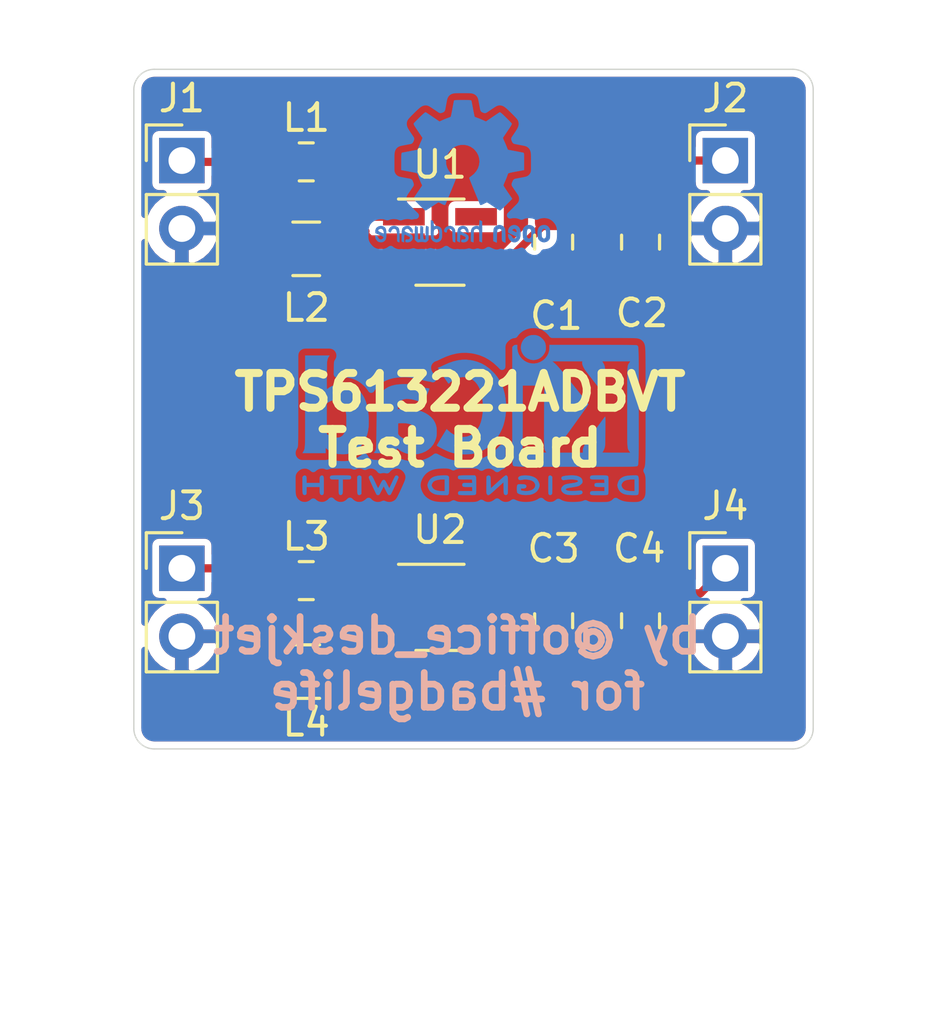
<source format=kicad_pcb>
(kicad_pcb (version 20171130) (host pcbnew 5.1.2)
  (layers (0 F.Cu signal) (31 B.Cu signal) (34 B.Paste user) (35 F.Paste user) (36 B.SilkS user) (37 F.SilkS user) (38 B.Mask user) (39 F.Mask user) (44 Edge.Cuts user))
  (net 0 "")
  (net 1 "Net-(C1-Pad1)")
  (net 2 GND)
  (net 3 /Vin)
  (net 4 "Net-(L1-Pad2)")
  (net 5 "Net-(U1-Pad3)")
  (net 6 "Net-(U1-Pad5)")
  (net 7 "Net-(C3-Pad1)")
  (net 8 "Net-(L3-Pad2)")
  (net 9 "Net-(U2-Pad3)")
  (net 10 "Net-(U2-Pad5)")
  (net 11 "Net-(J3-Pad1)")
  (module Symbol:OSHW-Logo2_7.3x6mm_Copper (layer B.Cu) (at 100.1 90.7 180)
    (fp_text reference REF** hide)
    (fp_text value OSHW-Logo2_7.3x6mm_Copper hide)
    (fp_poly (pts (xy 0.10391 2.757652) (xy 0.182454 2.757222) (xy 0.239298 2.756058) (xy 0.278105 2.753793) (xy 0.302538 2.75006) (xy 0.316262 2.744494) (xy 0.32294 2.736727) (xy 0.326236 2.726395) (xy 0.326556 2.725057) (xy 0.331562 2.700921) (xy 0.340829 2.653299) (xy 0.353392 2.587259) (xy 0.368287 2.507872) (xy 0.384551 2.420204) (xy 0.385119 2.417125) (xy 0.40141 2.331211) (xy 0.416652 2.255304) (xy 0.429861 2.193955) (xy 0.440054 2.151718) (xy 0.446248 2.133145) (xy 0.446543 2.132816) (xy 0.464788 2.123747) (xy 0.502405 2.108633) (xy 0.551271 2.090738) (xy 0.551543 2.090642) (xy 0.613093 2.067507) (xy 0.685657 2.038035) (xy 0.754057 2.008403) (xy 0.757294 2.006938) (xy 0.868702 1.956374) (xy 1.115399 2.12484) (xy 1.191077 2.176197) (xy 1.259631 2.222111) (xy 1.317088 2.25997) (xy 1.359476 2.287163) (xy 1.382825 2.301079) (xy 1.385042 2.302111) (xy 1.40201 2.297516) (xy 1.433701 2.275345) (xy 1.481352 2.234553) (xy 1.546198 2.174095) (xy 1.612397 2.109773) (xy 1.676214 2.046388) (xy 1.733329 1.988549) (xy 1.780305 1.939825) (xy 1.813703 1.90379) (xy 1.830085 1.884016) (xy 1.830694 1.882998) (xy 1.832505 1.869428) (xy 1.825683 1.847267) (xy 1.80854 1.813522) (xy 1.779393 1.7652) (xy 1.736555 1.699308) (xy 1.679448 1.614483) (xy 1.628766 1.539823) (xy 1.583461 1.47286) (xy 1.54615 1.417484) (xy 1.519452 1.37758) (xy 1.505985 1.357038) (xy 1.505137 1.355644) (xy 1.506781 1.335962) (xy 1.519245 1.297707) (xy 1.540048 1.248111) (xy 1.547462 1.232272) (xy 1.579814 1.16171) (xy 1.614328 1.081647) (xy 1.642365 1.012371) (xy 1.662568 0.960955) (xy 1.678615 0.921881) (xy 1.687888 0.901459) (xy 1.689041 0.899886) (xy 1.706096 0.897279) (xy 1.746298 0.890137) (xy 1.804302 0.879477) (xy 1.874763 0.866315) (xy 1.952335 0.851667) (xy 2.031672 0.836551) (xy 2.107431 0.821982) (xy 2.174264 0.808978) (xy 2.226828 0.798555) (xy 2.259776 0.79173) (xy 2.267857 0.789801) (xy 2.276205 0.785038) (xy 2.282506 0.774282) (xy 2.287045 0.753902) (xy 2.290104 0.720266) (xy 2.291967 0.669745) (xy 2.292918 0.598708) (xy 2.29324 0.503524) (xy 2.293257 0.464508) (xy 2.293257 0.147201) (xy 2.217057 0.132161) (xy 2.174663 0.124005) (xy 2.1114 0.112101) (xy 2.034962 0.097884) (xy 1.953043 0.08279) (xy 1.9304 0.078645) (xy 1.854806 0.063947) (xy 1.788953 0.049495) (xy 1.738366 0.036625) (xy 1.708574 0.026678) (xy 1.703612 0.023713) (xy 1.691426 0.002717) (xy 1.673953 -0.037967) (xy 1.654577 -0.090322) (xy 1.650734 -0.1016) (xy 1.625339 -0.171523) (xy 1.593817 -0.250418) (xy 1.562969 -0.321266) (xy 1.562817 -0.321595) (xy 1.511447 -0.432733) (xy 1.680399 -0.681253) (xy 1.849352 -0.929772) (xy 1.632429 -1.147058) (xy 1.566819 -1.211726) (xy 1.506979 -1.268733) (xy 1.456267 -1.315033) (xy 1.418046 -1.347584) (xy 1.395675 -1.363343) (xy 1.392466 -1.364343) (xy 1.373626 -1.356469) (xy 1.33518 -1.334578) (xy 1.28133 -1.301267) (xy 1.216276 -1.259131) (xy 1.14594 -1.211943) (xy 1.074555 -1.16381) (xy 1.010908 -1.121928) (xy 0.959041 -1.088871) (xy 0.922995 -1.067218) (xy 0.906867 -1.059543) (xy 0.887189 -1.066037) (xy 0.849875 -1.08315) (xy 0.802621 -1.107326) (xy 0.797612 -1.110013) (xy 0.733977 -1.141927) (xy 0.690341 -1.157579) (xy 0.663202 -1.157745) (xy 0.649057 -1.143204) (xy 0.648975 -1.143) (xy 0.641905 -1.125779) (xy 0.625042 -1.084899) (xy 0.599695 -1.023525) (xy 0.567171 -0.944819) (xy 0.528778 -0.851947) (xy 0.485822 -0.748072) (xy 0.444222 -0.647502) (xy 0.398504 -0.536516) (xy 0.356526 -0.433703) (xy 0.319548 -0.342215) (xy 0.288827 -0.265201) (xy 0.265622 -0.205815) (xy 0.25119 -0.167209) (xy 0.246743 -0.1528) (xy 0.257896 -0.136272) (xy 0.287069 -0.10993) (xy 0.325971 -0.080887) (xy 0.436757 0.010961) (xy 0.523351 0.116241) (xy 0.584716 0.232734) (xy 0.619815 0.358224) (xy 0.627608 0.490493) (xy 0.621943 0.551543) (xy 0.591078 0.678205) (xy 0.53792 0.790059) (xy 0.465767 0.885999) (xy 0.377917 0.964924) (xy 0.277665 1.02573) (xy 0.16831 1.067313) (xy 0.053147 1.088572) (xy -0.064525 1.088401) (xy -0.18141 1.065699) (xy -0.294211 1.019362) (xy -0.399631 0.948287) (xy -0.443632 0.908089) (xy -0.528021 0.804871) (xy -0.586778 0.692075) (xy -0.620296 0.57299) (xy -0.628965 0.450905) (xy -0.613177 0.329107) (xy -0.573322 0.210884) (xy -0.509793 0.099525) (xy -0.422979 -0.001684) (xy -0.325971 -0.080887) (xy -0.285563 -0.111162) (xy -0.257018 -0.137219) (xy -0.246743 -0.152825) (xy -0.252123 -0.169843) (xy -0.267425 -0.2105) (xy -0.291388 -0.271642) (xy -0.322756 -0.350119) (xy -0.360268 -0.44278) (xy -0.402667 -0.546472) (xy -0.444337 -0.647526) (xy -0.49031 -0.758607) (xy -0.532893 -0.861541) (xy -0.570779 -0.953165) (xy -0.60266 -1.030316) (xy -0.627229 -1.089831) (xy -0.64318 -1.128544) (xy -0.64909 -1.143) (xy -0.663052 -1.157685) (xy -0.69006 -1.157642) (xy -0.733587 -1.142099) (xy -0.79711 -1.110284) (xy -0.797612 -1.110013) (xy -0.84544 -1.085323) (xy -0.884103 -1.067338) (xy -0.905905 -1.059614) (xy -0.906867 -1.059543) (xy -0.923279 -1.067378) (xy -0.959513 -1.089165) (xy -1.011526 -1.122328) (xy -1.075275 -1.164291) (xy -1.14594 -1.211943) (xy -1.217884 -1.260191) (xy -1.282726 -1.302151) (xy -1.336265 -1.335227) (xy -1.374303 -1.356821) (xy -1.392467 -1.364343) (xy -1.409192 -1.354457) (xy -1.44282 -1.326826) (xy -1.48999 -1.284495) (xy -1.547342 -1.230505) (xy -1.611516 -1.167899) (xy -1.632503 -1.146983) (xy -1.849501 -0.929623) (xy -1.684332 -0.68722) (xy -1.634136 -0.612781) (xy -1.590081 -0.545972) (xy -1.554638 -0.490665) (xy -1.530281 -0.450729) (xy -1.519478 -0.430036) (xy -1.519162 -0.428563) (xy -1.524857 -0.409058) (xy -1.540174 -0.369822) (xy -1.562463 -0.31743) (xy -1.578107 -0.282355) (xy -1.607359 -0.215201) (xy -1.634906 -0.147358) (xy -1.656263 -0.090034) (xy -1.662065 -0.072572) (xy -1.678548 -0.025938) (xy -1.69466 0.010095) (xy -1.70351 0.023713) (xy -1.72304 0.032048) (xy -1.765666 0.043863) (xy -1.825855 0.057819) (xy -1.898078 0.072578) (xy -1.9304 0.078645) (xy -2.012478 0.093727) (xy -2.091205 0.108331) (xy -2.158891 0.12102) (xy -2.20784 0.130358) (xy -2.217057 0.132161) (xy -2.293257 0.147201) (xy -2.293257 0.464508) (xy -2.293086 0.568846) (xy -2.292384 0.647787) (xy -2.290866 0.704962) (xy -2.288251 0.744001) (xy -2.284254 0.768535) (xy -2.278591 0.782195) (xy -2.27098 0.788611) (xy -2.267857 0.789801) (xy -2.249022 0.79402) (xy -2.207412 0.802438) (xy -2.14837 0.814039) (xy -2.077243 0.827805) (xy -1.999375 0.84272) (xy -1.920113 0.857768) (xy -1.844802 0.871931) (xy -1.778787 0.884194) (xy -1.727413 0.893539) (xy -1.696025 0.89895) (xy -1.689041 0.899886) (xy -1.682715 0.912404) (xy -1.66871 0.945754) (xy -1.649645 0.993623) (xy -1.642366 1.012371) (xy -1.613004 1.084805) (xy -1.578429 1.16483) (xy -1.547463 1.232272) (xy -1.524677 1.283841) (xy -1.509518 1.326215) (xy -1.504458 1.352166) (xy -1.505264 1.355644) (xy -1.515959 1.372064) (xy -1.54038 1.408583) (xy -1.575905 1.461313) (xy -1.619913 1.526365) (xy -1.669783 1.599849) (xy -1.679644 1.614355) (xy -1.737508 1.700296) (xy -1.780044 1.765739) (xy -1.808946 1.813696) (xy -1.82591 1.84718) (xy -1.832633 1.869205) (xy -1.83081 1.882783) (xy -1.830764 1.882869) (xy -1.816414 1.900703) (xy -1.784677 1.935183) (xy -1.73899 1.982732) (xy -1.682796 2.039778) (xy -1.619532 2.102745) (xy -1.612398 2.109773) (xy -1.53267 2.18698) (xy -1.471143 2.24367) (xy -1.426579 2.28089) (xy -1.397743 2.299685) (xy -1.385042 2.302111) (xy -1.366506 2.291529) (xy -1.328039 2.267084) (xy -1.273614 2.231388) (xy -1.207202 2.187053) (xy -1.132775 2.136689) (xy -1.115399 2.12484) (xy -0.868703 1.956374) (xy -0.757294 2.006938) (xy -0.689543 2.036405) (xy -0.616817 2.066041) (xy -0.554297 2.08967) (xy -0.551543 2.090642) (xy -0.50264 2.108543) (xy -0.464943 2.12368) (xy -0.446575 2.13279) (xy -0.446544 2.132816) (xy -0.440715 2.149283) (xy -0.430808 2.189781) (xy -0.417805 2.249758) (xy -0.402691 2.32466) (xy -0.386448 2.409936) (xy -0.385119 2.417125) (xy -0.368825 2.504986) (xy -0.353867 2.58474) (xy -0.341209 2.651319) (xy -0.331814 2.699653) (xy -0.326646 2.724675) (xy -0.326556 2.725057) (xy -0.323411 2.735701) (xy -0.317296 2.743738) (xy -0.304547 2.749533) (xy -0.2815 2.753453) (xy -0.244491 2.755865) (xy -0.189856 2.757135) (xy -0.113933 2.757629) (xy -0.013056 2.757714) (xy 0 2.757714) (xy 0.10391 2.757652)) (layer B.Cu) (width 0.01))
    (fp_poly (pts (xy 3.153595 -1.966966) (xy 3.211021 -2.004497) (xy 3.238719 -2.038096) (xy 3.260662 -2.099064) (xy 3.262405 -2.147308) (xy 3.258457 -2.211816) (xy 3.109686 -2.276934) (xy 3.037349 -2.310202) (xy 2.990084 -2.336964) (xy 2.965507 -2.360144) (xy 2.961237 -2.382667) (xy 2.974889 -2.407455) (xy 2.989943 -2.423886) (xy 3.033746 -2.450235) (xy 3.081389 -2.452081) (xy 3.125145 -2.431546) (xy 3.157289 -2.390752) (xy 3.163038 -2.376347) (xy 3.190576 -2.331356) (xy 3.222258 -2.312182) (xy 3.265714 -2.295779) (xy 3.265714 -2.357966) (xy 3.261872 -2.400283) (xy 3.246823 -2.435969) (xy 3.21528 -2.476943) (xy 3.210592 -2.482267) (xy 3.175506 -2.51872) (xy 3.145347 -2.538283) (xy 3.107615 -2.547283) (xy 3.076335 -2.55023) (xy 3.020385 -2.550965) (xy 2.980555 -2.54166) (xy 2.955708 -2.527846) (xy 2.916656 -2.497467) (xy 2.889625 -2.464613) (xy 2.872517 -2.423294) (xy 2.863238 -2.367521) (xy 2.859693 -2.291305) (xy 2.85941 -2.252622) (xy 2.860372 -2.206247) (xy 2.948007 -2.206247) (xy 2.949023 -2.231126) (xy 2.951556 -2.2352) (xy 2.968274 -2.229665) (xy 3.004249 -2.215017) (xy 3.052331 -2.19419) (xy 3.062386 -2.189714) (xy 3.123152 -2.158814) (xy 3.156632 -2.131657) (xy 3.16399 -2.10622) (xy 3.146391 -2.080481) (xy 3.131856 -2.069109) (xy 3.07941 -2.046364) (xy 3.030322 -2.050122) (xy 2.989227 -2.077884) (xy 2.960758 -2.127152) (xy 2.951631 -2.166257) (xy 2.948007 -2.206247) (xy 2.860372 -2.206247) (xy 2.861285 -2.162249) (xy 2.868196 -2.095384) (xy 2.881884 -2.046695) (xy 2.904096 -2.010849) (xy 2.936574 -1.982513) (xy 2.950733 -1.973355) (xy 3.015053 -1.949507) (xy 3.085473 -1.948006) (xy 3.153595 -1.966966)) (layer B.Cu) (width 0.01))
    (fp_poly (pts (xy 2.6526 -1.958752) (xy 2.669948 -1.966334) (xy 2.711356 -1.999128) (xy 2.746765 -2.046547) (xy 2.768664 -2.097151) (xy 2.772229 -2.122098) (xy 2.760279 -2.156927) (xy 2.734067 -2.175357) (xy 2.705964 -2.186516) (xy 2.693095 -2.188572) (xy 2.686829 -2.173649) (xy 2.674456 -2.141175) (xy 2.669028 -2.126502) (xy 2.63859 -2.075744) (xy 2.59452 -2.050427) (xy 2.53801 -2.051206) (xy 2.533825 -2.052203) (xy 2.503655 -2.066507) (xy 2.481476 -2.094393) (xy 2.466327 -2.139287) (xy 2.45725 -2.204615) (xy 2.453286 -2.293804) (xy 2.452914 -2.341261) (xy 2.45273 -2.416071) (xy 2.451522 -2.467069) (xy 2.448309 -2.499471) (xy 2.442109 -2.518495) (xy 2.43194 -2.529356) (xy 2.416819 -2.537272) (xy 2.415946 -2.53767) (xy 2.386828 -2.549981) (xy 2.372403 -2.554514) (xy 2.370186 -2.540809) (xy 2.368289 -2.502925) (xy 2.366847 -2.445715) (xy 2.365998 -2.374027) (xy 2.365829 -2.321565) (xy 2.366692 -2.220047) (xy 2.37007 -2.143032) (xy 2.377142 -2.086023) (xy 2.389088 -2.044526) (xy 2.40709 -2.014043) (xy 2.432327 -1.99008) (xy 2.457247 -1.973355) (xy 2.517171 -1.951097) (xy 2.586911 -1.946076) (xy 2.6526 -1.958752)) (layer B.Cu) (width 0.01))
    (fp_poly (pts (xy 2.144876 -1.956335) (xy 2.186667 -1.975344) (xy 2.219469 -1.998378) (xy 2.243503 -2.024133) (xy 2.260097 -2.057358) (xy 2.270577 -2.1028) (xy 2.276271 -2.165207) (xy 2.278507 -2.249327) (xy 2.278743 -2.304721) (xy 2.278743 -2.520826) (xy 2.241774 -2.53767) (xy 2.212656 -2.549981) (xy 2.198231 -2.554514) (xy 2.195472 -2.541025) (xy 2.193282 -2.504653) (xy 2.191942 -2.451542) (xy 2.191657 -2.409372) (xy 2.190434 -2.348447) (xy 2.187136 -2.300115) (xy 2.182321 -2.270518) (xy 2.178496 -2.264229) (xy 2.152783 -2.270652) (xy 2.112418 -2.287125) (xy 2.065679 -2.309458) (xy 2.020845 -2.333457) (xy 1.986193 -2.35493) (xy 1.970002 -2.369685) (xy 1.969938 -2.369845) (xy 1.97133 -2.397152) (xy 1.983818 -2.423219) (xy 2.005743 -2.444392) (xy 2.037743 -2.451474) (xy 2.065092 -2.450649) (xy 2.103826 -2.450042) (xy 2.124158 -2.459116) (xy 2.136369 -2.483092) (xy 2.137909 -2.487613) (xy 2.143203 -2.521806) (xy 2.129047 -2.542568) (xy 2.092148 -2.552462) (xy 2.052289 -2.554292) (xy 1.980562 -2.540727) (xy 1.943432 -2.521355) (xy 1.897576 -2.475845) (xy 1.873256 -2.419983) (xy 1.871073 -2.360957) (xy 1.891629 -2.305953) (xy 1.922549 -2.271486) (xy 1.95342 -2.252189) (xy 2.001942 -2.227759) (xy 2.058485 -2.202985) (xy 2.06791 -2.199199) (xy 2.130019 -2.171791) (xy 2.165822 -2.147634) (xy 2.177337 -2.123619) (xy 2.16658 -2.096635) (xy 2.148114 -2.075543) (xy 2.104469 -2.049572) (xy 2.056446 -2.047624) (xy 2.012406 -2.067637) (xy 1.980709 -2.107551) (xy 1.976549 -2.117848) (xy 1.952327 -2.155724) (xy 1.916965 -2.183842) (xy 1.872343 -2.206917) (xy 1.872343 -2.141485) (xy 1.874969 -2.101506) (xy 1.88623 -2.069997) (xy 1.911199 -2.036378) (xy 1.935169 -2.010484) (xy 1.972441 -1.973817) (xy 2.001401 -1.954121) (xy 2.032505 -1.94622) (xy 2.067713 -1.944914) (xy 2.144876 -1.956335)) (layer B.Cu) (width 0.01))
    (fp_poly (pts (xy 1.779833 -1.958663) (xy 1.782048 -1.99685) (xy 1.783784 -2.054886) (xy 1.784899 -2.12818) (xy 1.785257 -2.205055) (xy 1.785257 -2.465196) (xy 1.739326 -2.511127) (xy 1.707675 -2.539429) (xy 1.67989 -2.550893) (xy 1.641915 -2.550168) (xy 1.62684 -2.548321) (xy 1.579726 -2.542948) (xy 1.540756 -2.539869) (xy 1.531257 -2.539585) (xy 1.499233 -2.541445) (xy 1.453432 -2.546114) (xy 1.435674 -2.548321) (xy 1.392057 -2.551735) (xy 1.362745 -2.54432) (xy 1.33368 -2.521427) (xy 1.323188 -2.511127) (xy 1.277257 -2.465196) (xy 1.277257 -1.978602) (xy 1.314226 -1.961758) (xy 1.346059 -1.949282) (xy 1.364683 -1.944914) (xy 1.369458 -1.958718) (xy 1.373921 -1.997286) (xy 1.377775 -2.056356) (xy 1.380722 -2.131663) (xy 1.382143 -2.195286) (xy 1.386114 -2.445657) (xy 1.420759 -2.450556) (xy 1.452268 -2.447131) (xy 1.467708 -2.436041) (xy 1.472023 -2.415308) (xy 1.475708 -2.371145) (xy 1.478469 -2.309146) (xy 1.480012 -2.234909) (xy 1.480235 -2.196706) (xy 1.480457 -1.976783) (xy 1.526166 -1.960849) (xy 1.558518 -1.950015) (xy 1.576115 -1.944962) (xy 1.576623 -1.944914) (xy 1.578388 -1.958648) (xy 1.580329 -1.99673) (xy 1.582282 -2.054482) (xy 1.584084 -2.127227) (xy 1.585343 -2.195286) (xy 1.589314 -2.445657) (xy 1.6764 -2.445657) (xy 1.680396 -2.21724) (xy 1.684392 -1.988822) (xy 1.726847 -1.966868) (xy 1.758192 -1.951793) (xy 1.776744 -1.944951) (xy 1.777279 -1.944914) (xy 1.779833 -1.958663)) (layer B.Cu) (width 0.01))
    (fp_poly (pts (xy 1.190117 -2.065358) (xy 1.189933 -2.173837) (xy 1.189219 -2.257287) (xy 1.187675 -2.319704) (xy 1.185001 -2.365085) (xy 1.180894 -2.397429) (xy 1.175055 -2.420733) (xy 1.167182 -2.438995) (xy 1.161221 -2.449418) (xy 1.111855 -2.505945) (xy 1.049264 -2.541377) (xy 0.980013 -2.55409) (xy 0.910668 -2.542463) (xy 0.869375 -2.521568) (xy 0.826025 -2.485422) (xy 0.796481 -2.441276) (xy 0.778655 -2.383462) (xy 0.770463 -2.306313) (xy 0.769302 -2.249714) (xy 0.769458 -2.245647) (xy 0.870857 -2.245647) (xy 0.871476 -2.31055) (xy 0.874314 -2.353514) (xy 0.88084 -2.381622) (xy 0.892523 -2.401953) (xy 0.906483 -2.417288) (xy 0.953365 -2.44689) (xy 1.003701 -2.449419) (xy 1.051276 -2.424705) (xy 1.054979 -2.421356) (xy 1.070783 -2.403935) (xy 1.080693 -2.383209) (xy 1.086058 -2.352362) (xy 1.088228 -2.304577) (xy 1.088571 -2.251748) (xy 1.087827 -2.185381) (xy 1.084748 -2.141106) (xy 1.078061 -2.112009) (xy 1.066496 -2.091173) (xy 1.057013 -2.080107) (xy 1.01296 -2.052198) (xy 0.962224 -2.048843) (xy 0.913796 -2.070159) (xy 0.90445 -2.078073) (xy 0.88854 -2.095647) (xy 0.87861 -2.116587) (xy 0.873278 -2.147782) (xy 0.871163 -2.196122) (xy 0.870857 -2.245647) (xy 0.769458 -2.245647) (xy 0.77281 -2.158568) (xy 0.784726 -2.090086) (xy 0.807135 -2.0386) (xy 0.842124 -1.998443) (xy 0.869375 -1.977861) (xy 0.918907 -1.955625) (xy 0.976316 -1.945304) (xy 1.029682 -1.948067) (xy 1.059543 -1.959212) (xy 1.071261 -1.962383) (xy 1.079037 -1.950557) (xy 1.084465 -1.918866) (xy 1.088571 -1.870593) (xy 1.093067 -1.816829) (xy 1.099313 -1.784482) (xy 1.110676 -1.765985) (xy 1.130528 -1.75377) (xy 1.143 -1.748362) (xy 1.190171 -1.728601) (xy 1.190117 -2.065358)) (layer B.Cu) (width 0.01))
    (fp_poly (pts (xy 0.529926 -1.949755) (xy 0.595858 -1.974084) (xy 0.649273 -2.017117) (xy 0.670164 -2.047409) (xy 0.692939 -2.102994) (xy 0.692466 -2.143186) (xy 0.668562 -2.170217) (xy 0.659717 -2.174813) (xy 0.62153 -2.189144) (xy 0.602028 -2.185472) (xy 0.595422 -2.161407) (xy 0.595086 -2.148114) (xy 0.582992 -2.09921) (xy 0.551471 -2.064999) (xy 0.507659 -2.048476) (xy 0.458695 -2.052634) (xy 0.418894 -2.074227) (xy 0.40545 -2.086544) (xy 0.395921 -2.101487) (xy 0.389485 -2.124075) (xy 0.385317 -2.159328) (xy 0.382597 -2.212266) (xy 0.380502 -2.287907) (xy 0.37996 -2.311857) (xy 0.377981 -2.39379) (xy 0.375731 -2.451455) (xy 0.372357 -2.489608) (xy 0.367006 -2.513004) (xy 0.358824 -2.526398) (xy 0.346959 -2.534545) (xy 0.339362 -2.538144) (xy 0.307102 -2.550452) (xy 0.288111 -2.554514) (xy 0.281836 -2.540948) (xy 0.278006 -2.499934) (xy 0.2766 -2.430999) (xy 0.277598 -2.333669) (xy 0.277908 -2.318657) (xy 0.280101 -2.229859) (xy 0.282693 -2.165019) (xy 0.286382 -2.119067) (xy 0.291864 -2.086935) (xy 0.299835 -2.063553) (xy 0.310993 -2.043852) (xy 0.31683 -2.03541) (xy 0.350296 -1.998057) (xy 0.387727 -1.969003) (xy 0.392309 -1.966467) (xy 0.459426 -1.946443) (xy 0.529926 -1.949755)) (layer B.Cu) (width 0.01))
    (fp_poly (pts (xy 0.039744 -1.950968) (xy 0.096616 -1.972087) (xy 0.097267 -1.972493) (xy 0.13244 -1.99838) (xy 0.158407 -2.028633) (xy 0.17667 -2.068058) (xy 0.188732 -2.121462) (xy 0.196096 -2.193651) (xy 0.200264 -2.289432) (xy 0.200629 -2.303078) (xy 0.205876 -2.508842) (xy 0.161716 -2.531678) (xy 0.129763 -2.54711) (xy 0.11047 -2.554423) (xy 0.109578 -2.554514) (xy 0.106239 -2.541022) (xy 0.103587 -2.504626) (xy 0.101956 -2.451452) (xy 0.1016 -2.408393) (xy 0.101592 -2.338641) (xy 0.098403 -2.294837) (xy 0.087288 -2.273944) (xy 0.063501 -2.272925) (xy 0.022296 -2.288741) (xy -0.039914 -2.317815) (xy -0.085659 -2.341963) (xy -0.109187 -2.362913) (xy -0.116104 -2.385747) (xy -0.116114 -2.386877) (xy -0.104701 -2.426212) (xy -0.070908 -2.447462) (xy -0.019191 -2.450539) (xy 0.018061 -2.450006) (xy 0.037703 -2.460735) (xy 0.049952 -2.486505) (xy 0.057002 -2.519337) (xy 0.046842 -2.537966) (xy 0.043017 -2.540632) (xy 0.007001 -2.55134) (xy -0.043434 -2.552856) (xy -0.095374 -2.545759) (xy -0.132178 -2.532788) (xy -0.183062 -2.489585) (xy -0.211986 -2.429446) (xy -0.217714 -2.382462) (xy -0.213343 -2.340082) (xy -0.197525 -2.305488) (xy -0.166203 -2.274763) (xy -0.115322 -2.24399) (xy -0.040824 -2.209252) (xy -0.036286 -2.207288) (xy 0.030821 -2.176287) (xy 0.072232 -2.150862) (xy 0.089981 -2.128014) (xy 0.086107 -2.104745) (xy 0.062643 -2.078056) (xy 0.055627 -2.071914) (xy 0.00863 -2.0481) (xy -0.040067 -2.049103) (xy -0.082478 -2.072451) (xy -0.110616 -2.115675) (xy -0.113231 -2.12416) (xy -0.138692 -2.165308) (xy -0.170999 -2.185128) (xy -0.217714 -2.20477) (xy -0.217714 -2.15395) (xy -0.203504 -2.080082) (xy -0.161325 -2.012327) (xy -0.139376 -1.989661) (xy -0.089483 -1.960569) (xy -0.026033 -1.9474) (xy 0.039744 -1.950968)) (layer B.Cu) (width 0.01))
    (fp_poly (pts (xy -0.624114 -1.851289) (xy -0.619861 -1.910613) (xy -0.614975 -1.945572) (xy -0.608205 -1.96082) (xy -0.598298 -1.961015) (xy -0.595086 -1.959195) (xy -0.552356 -1.946015) (xy -0.496773 -1.946785) (xy -0.440263 -1.960333) (xy -0.404918 -1.977861) (xy -0.368679 -2.005861) (xy -0.342187 -2.037549) (xy -0.324001 -2.077813) (xy -0.312678 -2.131543) (xy -0.306778 -2.203626) (xy -0.304857 -2.298951) (xy -0.304823 -2.317237) (xy -0.3048 -2.522646) (xy -0.350509 -2.53858) (xy -0.382973 -2.54942) (xy -0.400785 -2.554468) (xy -0.401309 -2.554514) (xy -0.403063 -2.540828) (xy -0.404556 -2.503076) (xy -0.405674 -2.446224) (xy -0.406303 -2.375234) (xy -0.4064 -2.332073) (xy -0.406602 -2.246973) (xy -0.407642 -2.185981) (xy -0.410169 -2.144177) (xy -0.414836 -2.116642) (xy -0.422293 -2.098456) (xy -0.433189 -2.084698) (xy -0.439993 -2.078073) (xy -0.486728 -2.051375) (xy -0.537728 -2.049375) (xy -0.583999 -2.071955) (xy -0.592556 -2.080107) (xy -0.605107 -2.095436) (xy -0.613812 -2.113618) (xy -0.619369 -2.139909) (xy -0.622474 -2.179562) (xy -0.623824 -2.237832) (xy -0.624114 -2.318173) (xy -0.624114 -2.522646) (xy -0.669823 -2.53858) (xy -0.702287 -2.54942) (xy -0.720099 -2.554468) (xy -0.720623 -2.554514) (xy -0.721963 -2.540623) (xy -0.723172 -2.501439) (xy -0.724199 -2.4407) (xy -0.724998 -2.362141) (xy -0.725519 -2.269498) (xy -0.725714 -2.166509) (xy -0.725714 -1.769342) (xy -0.678543 -1.749444) (xy -0.631371 -1.729547) (xy -0.624114 -1.851289)) (layer B.Cu) (width 0.01))
    (fp_poly (pts (xy -1.831697 -1.931239) (xy -1.774473 -1.969735) (xy -1.730251 -2.025335) (xy -1.703833 -2.096086) (xy -1.69849 -2.148162) (xy -1.699097 -2.169893) (xy -1.704178 -2.186531) (xy -1.718145 -2.201437) (xy -1.745411 -2.217973) (xy -1.790388 -2.239498) (xy -1.857489 -2.269374) (xy -1.857829 -2.269524) (xy -1.919593 -2.297813) (xy -1.970241 -2.322933) (xy -2.004596 -2.342179) (xy -2.017482 -2.352848) (xy -2.017486 -2.352934) (xy -2.006128 -2.376166) (xy -1.979569 -2.401774) (xy -1.949077 -2.420221) (xy -1.93363 -2.423886) (xy -1.891485 -2.411212) (xy -1.855192 -2.379471) (xy -1.837483 -2.344572) (xy -1.820448 -2.318845) (xy -1.787078 -2.289546) (xy -1.747851 -2.264235) (xy -1.713244 -2.250471) (xy -1.706007 -2.249714) (xy -1.697861 -2.26216) (xy -1.69737 -2.293972) (xy -1.703357 -2.336866) (xy -1.714643 -2.382558) (xy -1.73005 -2.422761) (xy -1.730829 -2.424322) (xy -1.777196 -2.489062) (xy -1.837289 -2.533097) (xy -1.905535 -2.554711) (xy -1.976362 -2.552185) (xy -2.044196 -2.523804) (xy -2.047212 -2.521808) (xy -2.100573 -2.473448) (xy -2.13566 -2.410352) (xy -2.155078 -2.327387) (xy -2.157684 -2.304078) (xy -2.162299 -2.194055) (xy -2.156767 -2.142748) (xy -2.017486 -2.142748) (xy -2.015676 -2.174753) (xy -2.005778 -2.184093) (xy -1.981102 -2.177105) (xy -1.942205 -2.160587) (xy -1.898725 -2.139881) (xy -1.897644 -2.139333) (xy -1.860791 -2.119949) (xy -1.846 -2.107013) (xy -1.849647 -2.093451) (xy -1.865005 -2.075632) (xy -1.904077 -2.049845) (xy -1.946154 -2.04795) (xy -1.983897 -2.066717) (xy -2.009966 -2.102915) (xy -2.017486 -2.142748) (xy -2.156767 -2.142748) (xy -2.152806 -2.106027) (xy -2.12845 -2.036212) (xy -2.094544 -1.987302) (xy -2.033347 -1.937878) (xy -1.965937 -1.913359) (xy -1.89712 -1.911797) (xy -1.831697 -1.931239)) (layer B.Cu) (width 0.01))
    (fp_poly (pts (xy -2.958885 -1.921962) (xy -2.890855 -1.957733) (xy -2.840649 -2.015301) (xy -2.822815 -2.052312) (xy -2.808937 -2.107882) (xy -2.801833 -2.178096) (xy -2.80116 -2.254727) (xy -2.806573 -2.329552) (xy -2.81773 -2.394342) (xy -2.834286 -2.440873) (xy -2.839374 -2.448887) (xy -2.899645 -2.508707) (xy -2.971231 -2.544535) (xy -3.048908 -2.55502) (xy -3.127452 -2.53881) (xy -3.149311 -2.529092) (xy -3.191878 -2.499143) (xy -3.229237 -2.459433) (xy -3.232768 -2.454397) (xy -3.247119 -2.430124) (xy -3.256606 -2.404178) (xy -3.26221 -2.370022) (xy -3.264914 -2.321119) (xy -3.265701 -2.250935) (xy -3.265714 -2.2352) (xy -3.265678 -2.230192) (xy -3.120571 -2.230192) (xy -3.119727 -2.29643) (xy -3.116404 -2.340386) (xy -3.109417 -2.368779) (xy -3.097584 -2.388325) (xy -3.091543 -2.394857) (xy -3.056814 -2.41968) (xy -3.023097 -2.418548) (xy -2.989005 -2.397016) (xy -2.968671 -2.374029) (xy -2.956629 -2.340478) (xy -2.949866 -2.287569) (xy -2.949402 -2.281399) (xy -2.948248 -2.185513) (xy -2.960312 -2.114299) (xy -2.98543 -2.068194) (xy -3.02344 -2.047635) (xy -3.037008 -2.046514) (xy -3.072636 -2.052152) (xy -3.097006 -2.071686) (xy -3.111907 -2.109042) (xy -3.119125 -2.16815) (xy -3.120571 -2.230192) (xy -3.265678 -2.230192) (xy -3.265174 -2.160413) (xy -3.262904 -2.108159) (xy -3.257932 -2.071949) (xy -3.249287 -2.045299) (xy -3.235995 -2.021722) (xy -3.233057 -2.017338) (xy -3.183687 -1.958249) (xy -3.129891 -1.923947) (xy -3.064398 -1.910331) (xy -3.042158 -1.909665) (xy -2.958885 -1.921962)) (layer B.Cu) (width 0.01))
    (fp_poly (pts (xy -1.283907 -1.92778) (xy -1.237328 -1.954723) (xy -1.204943 -1.981466) (xy -1.181258 -2.009484) (xy -1.164941 -2.043748) (xy -1.154661 -2.089227) (xy -1.149086 -2.150892) (xy -1.146884 -2.233711) (xy -1.146629 -2.293246) (xy -1.146629 -2.512391) (xy -1.208314 -2.540044) (xy -1.27 -2.567697) (xy -1.277257 -2.32767) (xy -1.280256 -2.238028) (xy -1.283402 -2.172962) (xy -1.287299 -2.128026) (xy -1.292553 -2.09877) (xy -1.299769 -2.080748) (xy -1.30955 -2.069511) (xy -1.312688 -2.067079) (xy -1.360239 -2.048083) (xy -1.408303 -2.0556) (xy -1.436914 -2.075543) (xy -1.448553 -2.089675) (xy -1.456609 -2.10822) (xy -1.461729 -2.136334) (xy -1.464559 -2.179173) (xy -1.465744 -2.241895) (xy -1.465943 -2.307261) (xy -1.465982 -2.389268) (xy -1.467386 -2.447316) (xy -1.472086 -2.486465) (xy -1.482013 -2.51178) (xy -1.499097 -2.528323) (xy -1.525268 -2.541156) (xy -1.560225 -2.554491) (xy -1.598404 -2.569007) (xy -1.593859 -2.311389) (xy -1.592029 -2.218519) (xy -1.589888 -2.149889) (xy -1.586819 -2.100711) (xy -1.582206 -2.066198) (xy -1.575432 -2.041562) (xy -1.565881 -2.022016) (xy -1.554366 -2.00477) (xy -1.49881 -1.94968) (xy -1.43102 -1.917822) (xy -1.357287 -1.910191) (xy -1.283907 -1.92778)) (layer B.Cu) (width 0.01))
    (fp_poly (pts (xy -2.400256 -1.919918) (xy -2.344799 -1.947568) (xy -2.295852 -1.99848) (xy -2.282371 -2.017338) (xy -2.267686 -2.042015) (xy -2.258158 -2.068816) (xy -2.252707 -2.104587) (xy -2.250253 -2.156169) (xy -2.249714 -2.224267) (xy -2.252148 -2.317588) (xy -2.260606 -2.387657) (xy -2.276826 -2.439931) (xy -2.302546 -2.479869) (xy -2.339503 -2.512929) (xy -2.342218 -2.514886) (xy -2.37864 -2.534908) (xy -2.422498 -2.544815) (xy -2.478276 -2.547257) (xy -2.568952 -2.547257) (xy -2.56899 -2.635283) (xy -2.569834 -2.684308) (xy -2.574976 -2.713065) (xy -2.588413 -2.730311) (xy -2.614142 -2.744808) (xy -2.620321 -2.747769) (xy -2.649236 -2.761648) (xy -2.671624 -2.770414) (xy -2.688271 -2.771171) (xy -2.699964 -2.761023) (xy -2.70749 -2.737073) (xy -2.711634 -2.696426) (xy -2.713185 -2.636186) (xy -2.712929 -2.553455) (xy -2.711651 -2.445339) (xy -2.711252 -2.413) (xy -2.709815 -2.301524) (xy -2.708528 -2.228603) (xy -2.569029 -2.228603) (xy -2.568245 -2.290499) (xy -2.56476 -2.330997) (xy -2.556876 -2.357708) (xy -2.542895 -2.378244) (xy -2.533403 -2.38826) (xy -2.494596 -2.417567) (xy -2.460237 -2.419952) (xy -2.424784 -2.39575) (xy -2.423886 -2.394857) (xy -2.409461 -2.376153) (xy -2.400687 -2.350732) (xy -2.396261 -2.311584) (xy -2.394882 -2.251697) (xy -2.394857 -2.23843) (xy -2.398188 -2.155901) (xy -2.409031 -2.098691) (xy -2.42866 -2.063766) (xy -2.45835 -2.048094) (xy -2.475509 -2.046514) (xy -2.516234 -2.053926) (xy -2.544168 -2.07833) (xy -2.560983 -2.12298) (xy -2.56835 -2.19113) (xy -2.569029 -2.228603) (xy -2.708528 -2.228603) (xy -2.708292 -2.215245) (xy -2.706323 -2.150333) (xy -2.70355 -2.102958) (xy -2.699612 -2.06929) (xy -2.694151 -2.045498) (xy -2.686808 -2.027753) (xy -2.677223 -2.012224) (xy -2.673113 -2.006381) (xy -2.618595 -1.951185) (xy -2.549664 -1.91989) (xy -2.469928 -1.911165) (xy -2.400256 -1.919918)) (layer B.Cu) (width 0.01))
  )
  (module Symbol:KiCad-Logo2_5mm_Copper (layer B.Cu) (at 100.4 99.7 180)
    (fp_text reference REF** hide)
    (fp_text value KiCad-Logo2_5mm_Copper hide)
    (fp_poly (pts (xy 6.228823 -2.274533) (xy 6.260202 -2.296776) (xy 6.287911 -2.324485) (xy 6.287911 -2.63392) (xy 6.287838 -2.725799) (xy 6.287495 -2.79784) (xy 6.286692 -2.85278) (xy 6.285241 -2.89336) (xy 6.282952 -2.922317) (xy 6.279636 -2.942391) (xy 6.275105 -2.956321) (xy 6.269169 -2.966845) (xy 6.264514 -2.9731) (xy 6.233783 -2.997673) (xy 6.198496 -3.000341) (xy 6.166245 -2.985271) (xy 6.155588 -2.976374) (xy 6.148464 -2.964557) (xy 6.144167 -2.945526) (xy 6.141991 -2.914992) (xy 6.141228 -2.868662) (xy 6.141155 -2.832871) (xy 6.141155 -2.698045) (xy 5.644444 -2.698045) (xy 5.644444 -2.8207) (xy 5.643931 -2.876787) (xy 5.641876 -2.915333) (xy 5.637508 -2.941361) (xy 5.630056 -2.959897) (xy 5.621047 -2.9731) (xy 5.590144 -2.997604) (xy 5.555196 -3.000506) (xy 5.521738 -2.983089) (xy 5.512604 -2.973959) (xy 5.506152 -2.961855) (xy 5.501897 -2.943001) (xy 5.499352 -2.91362) (xy 5.498029 -2.869937) (xy 5.497443 -2.808175) (xy 5.497375 -2.794) (xy 5.496891 -2.677631) (xy 5.496641 -2.581727) (xy 5.496723 -2.504177) (xy 5.497231 -2.442869) (xy 5.498262 -2.39569) (xy 5.499913 -2.36053) (xy 5.502279 -2.335276) (xy 5.505457 -2.317817) (xy 5.509544 -2.306041) (xy 5.514634 -2.297835) (xy 5.520266 -2.291645) (xy 5.552128 -2.271844) (xy 5.585357 -2.274533) (xy 5.616735 -2.296776) (xy 5.629433 -2.311126) (xy 5.637526 -2.326978) (xy 5.642042 -2.349554) (xy 5.644006 -2.384078) (xy 5.644444 -2.435776) (xy 5.644444 -2.551289) (xy 6.141155 -2.551289) (xy 6.141155 -2.432756) (xy 6.141662 -2.378148) (xy 6.143698 -2.341275) (xy 6.148035 -2.317307) (xy 6.155447 -2.301415) (xy 6.163733 -2.291645) (xy 6.195594 -2.271844) (xy 6.228823 -2.274533)) (layer B.Cu) (width 0.01))
    (fp_poly (pts (xy 4.963065 -2.269163) (xy 5.041772 -2.269542) (xy 5.102863 -2.270333) (xy 5.148817 -2.27167) (xy 5.182114 -2.273683) (xy 5.205236 -2.276506) (xy 5.220662 -2.280269) (xy 5.230871 -2.285105) (xy 5.235813 -2.288822) (xy 5.261457 -2.321358) (xy 5.264559 -2.355138) (xy 5.248711 -2.385826) (xy 5.238348 -2.398089) (xy 5.227196 -2.40645) (xy 5.211035 -2.411657) (xy 5.185642 -2.414457) (xy 5.146798 -2.415596) (xy 5.09028 -2.415821) (xy 5.07918 -2.415822) (xy 4.933244 -2.415822) (xy 4.933244 -2.686756) (xy 4.933148 -2.772154) (xy 4.932711 -2.837864) (xy 4.931712 -2.886774) (xy 4.929928 -2.921773) (xy 4.927137 -2.945749) (xy 4.923117 -2.961593) (xy 4.917645 -2.972191) (xy 4.910666 -2.980267) (xy 4.877734 -3.000112) (xy 4.843354 -2.998548) (xy 4.812176 -2.975906) (xy 4.809886 -2.9731) (xy 4.802429 -2.962492) (xy 4.796747 -2.950081) (xy 4.792601 -2.93285) (xy 4.78975 -2.907784) (xy 4.787954 -2.871867) (xy 4.786972 -2.822083) (xy 4.786564 -2.755417) (xy 4.786489 -2.679589) (xy 4.786489 -2.415822) (xy 4.647127 -2.415822) (xy 4.587322 -2.415418) (xy 4.545918 -2.41384) (xy 4.518748 -2.410547) (xy 4.501646 -2.404992) (xy 4.490443 -2.396631) (xy 4.489083 -2.395178) (xy 4.472725 -2.361939) (xy 4.474172 -2.324362) (xy 4.492978 -2.291645) (xy 4.50025 -2.285298) (xy 4.509627 -2.280266) (xy 4.523609 -2.276396) (xy 4.544696 -2.273537) (xy 4.575389 -2.271535) (xy 4.618189 -2.270239) (xy 4.675595 -2.269498) (xy 4.75011 -2.269158) (xy 4.844233 -2.269068) (xy 4.86426 -2.269067) (xy 4.963065 -2.269163)) (layer B.Cu) (width 0.01))
    (fp_poly (pts (xy 4.188614 -2.275877) (xy 4.212327 -2.290647) (xy 4.238978 -2.312227) (xy 4.238978 -2.633773) (xy 4.238893 -2.72783) (xy 4.238529 -2.801932) (xy 4.237724 -2.858704) (xy 4.236313 -2.900768) (xy 4.234133 -2.930748) (xy 4.231021 -2.951267) (xy 4.226814 -2.964949) (xy 4.221348 -2.974416) (xy 4.217472 -2.979082) (xy 4.186034 -2.999575) (xy 4.150233 -2.998739) (xy 4.118873 -2.981264) (xy 4.092222 -2.959684) (xy 4.092222 -2.312227) (xy 4.118873 -2.290647) (xy 4.144594 -2.274949) (xy 4.1656 -2.269067) (xy 4.188614 -2.275877)) (layer B.Cu) (width 0.01))
    (fp_poly (pts (xy 3.744665 -2.271034) (xy 3.764255 -2.278035) (xy 3.76501 -2.278377) (xy 3.791613 -2.298678) (xy 3.80627 -2.319561) (xy 3.809138 -2.329352) (xy 3.808996 -2.342361) (xy 3.804961 -2.360895) (xy 3.796146 -2.387257) (xy 3.781669 -2.423752) (xy 3.760645 -2.472687) (xy 3.732188 -2.536365) (xy 3.695415 -2.617093) (xy 3.675175 -2.661216) (xy 3.638625 -2.739985) (xy 3.604315 -2.812423) (xy 3.573552 -2.87588) (xy 3.547648 -2.927708) (xy 3.52791 -2.965259) (xy 3.51565 -2.985884) (xy 3.513224 -2.988733) (xy 3.482183 -3.001302) (xy 3.447121 -2.999619) (xy 3.419 -2.984332) (xy 3.417854 -2.983089) (xy 3.406668 -2.966154) (xy 3.387904 -2.93317) (xy 3.363875 -2.88838) (xy 3.336897 -2.836032) (xy 3.327201 -2.816742) (xy 3.254014 -2.67015) (xy 3.17424 -2.829393) (xy 3.145767 -2.884415) (xy 3.11935 -2.932132) (xy 3.097148 -2.968893) (xy 3.081319 -2.991044) (xy 3.075954 -2.995741) (xy 3.034257 -3.002102) (xy 2.999849 -2.988733) (xy 2.989728 -2.974446) (xy 2.972214 -2.942692) (xy 2.948735 -2.896597) (xy 2.92072 -2.839285) (xy 2.889599 -2.77388) (xy 2.856799 -2.703507) (xy 2.82375 -2.631291) (xy 2.791881 -2.560355) (xy 2.762619 -2.493825) (xy 2.737395 -2.434826) (xy 2.717636 -2.386481) (xy 2.704772 -2.351915) (xy 2.700231 -2.334253) (xy 2.700277 -2.333613) (xy 2.711326 -2.311388) (xy 2.73341 -2.288753) (xy 2.73471 -2.287768) (xy 2.761853 -2.272425) (xy 2.786958 -2.272574) (xy 2.796368 -2.275466) (xy 2.807834 -2.281718) (xy 2.82001 -2.294014) (xy 2.834357 -2.314908) (xy 2.852336 -2.346949) (xy 2.875407 -2.392688) (xy 2.90503 -2.454677) (xy 2.931745 -2.511898) (xy 2.96248 -2.578226) (xy 2.990021 -2.637874) (xy 3.012938 -2.687725) (xy 3.029798 -2.724664) (xy 3.039173 -2.745573) (xy 3.04054 -2.748845) (xy 3.046689 -2.743497) (xy 3.060822 -2.721109) (xy 3.081057 -2.684946) (xy 3.105515 -2.638277) (xy 3.115248 -2.619022) (xy 3.148217 -2.554004) (xy 3.173643 -2.506654) (xy 3.193612 -2.474219) (xy 3.21021 -2.453946) (xy 3.225524 -2.443082) (xy 3.24164 -2.438875) (xy 3.252143 -2.4384) (xy 3.27067 -2.440042) (xy 3.286904 -2.446831) (xy 3.303035 -2.461566) (xy 3.321251 -2.487044) (xy 3.343739 -2.526061) (xy 3.372689 -2.581414) (xy 3.388662 -2.612903) (xy 3.41457 -2.663087) (xy 3.437167 -2.704704) (xy 3.454458 -2.734242) (xy 3.46445 -2.748189) (xy 3.465809 -2.74877) (xy 3.472261 -2.737793) (xy 3.486708 -2.70929) (xy 3.507703 -2.666244) (xy 3.533797 -2.611638) (xy 3.563546 -2.548454) (xy 3.57818 -2.517071) (xy 3.61625 -2.436078) (xy 3.646905 -2.373756) (xy 3.671737 -2.328071) (xy 3.692337 -2.296989) (xy 3.710298 -2.278478) (xy 3.72721 -2.270504) (xy 3.744665 -2.271034)) (layer B.Cu) (width 0.01))
    (fp_poly (pts (xy 1.018309 -2.269275) (xy 1.147288 -2.273636) (xy 1.256991 -2.286861) (xy 1.349226 -2.309741) (xy 1.425802 -2.34307) (xy 1.488527 -2.387638) (xy 1.539212 -2.444236) (xy 1.579663 -2.513658) (xy 1.580459 -2.515351) (xy 1.604601 -2.577483) (xy 1.613203 -2.632509) (xy 1.606231 -2.687887) (xy 1.583654 -2.751073) (xy 1.579372 -2.760689) (xy 1.550172 -2.816966) (xy 1.517356 -2.860451) (xy 1.475002 -2.897417) (xy 1.41719 -2.934135) (xy 1.413831 -2.936052) (xy 1.363504 -2.960227) (xy 1.306621 -2.978282) (xy 1.239527 -2.990839) (xy 1.158565 -2.998522) (xy 1.060082 -3.001953) (xy 1.025286 -3.002251) (xy 0.859594 -3.002845) (xy 0.836197 -2.9731) (xy 0.829257 -2.963319) (xy 0.823842 -2.951897) (xy 0.819765 -2.936095) (xy 0.816837 -2.913175) (xy 0.814867 -2.880396) (xy 0.814225 -2.856089) (xy 0.970844 -2.856089) (xy 1.064726 -2.856089) (xy 1.119664 -2.854483) (xy 1.17606 -2.850255) (xy 1.222345 -2.844292) (xy 1.225139 -2.84379) (xy 1.307348 -2.821736) (xy 1.371114 -2.7886) (xy 1.418452 -2.742847) (xy 1.451382 -2.682939) (xy 1.457108 -2.667061) (xy 1.462721 -2.642333) (xy 1.460291 -2.617902) (xy 1.448467 -2.5854) (xy 1.44134 -2.569434) (xy 1.418 -2.527006) (xy 1.38988 -2.49724) (xy 1.35894 -2.476511) (xy 1.296966 -2.449537) (xy 1.217651 -2.429998) (xy 1.125253 -2.418746) (xy 1.058333 -2.41627) (xy 0.970844 -2.415822) (xy 0.970844 -2.856089) (xy 0.814225 -2.856089) (xy 0.813668 -2.835021) (xy 0.81305 -2.774311) (xy 0.812825 -2.695526) (xy 0.8128 -2.63392) (xy 0.8128 -2.324485) (xy 0.840509 -2.296776) (xy 0.852806 -2.285544) (xy 0.866103 -2.277853) (xy 0.884672 -2.27304) (xy 0.912786 -2.270446) (xy 0.954717 -2.26941) (xy 1.014737 -2.26927) (xy 1.018309 -2.269275)) (layer B.Cu) (width 0.01))
    (fp_poly (pts (xy 0.230343 -2.26926) (xy 0.306701 -2.270174) (xy 0.365217 -2.272311) (xy 0.408255 -2.276175) (xy 0.438183 -2.282267) (xy 0.457368 -2.29109) (xy 0.468176 -2.303146) (xy 0.472973 -2.318939) (xy 0.474127 -2.33897) (xy 0.474133 -2.341335) (xy 0.473131 -2.363992) (xy 0.468396 -2.381503) (xy 0.457333 -2.394574) (xy 0.437348 -2.403913) (xy 0.405846 -2.410227) (xy 0.360232 -2.414222) (xy 0.297913 -2.416606) (xy 0.216293 -2.418086) (xy 0.191277 -2.418414) (xy -0.0508 -2.421467) (xy -0.054186 -2.486378) (xy -0.057571 -2.551289) (xy 0.110576 -2.551289) (xy 0.176266 -2.551531) (xy 0.223172 -2.552556) (xy 0.255083 -2.554811) (xy 0.275791 -2.558742) (xy 0.289084 -2.564798) (xy 0.298755 -2.573424) (xy 0.298817 -2.573493) (xy 0.316356 -2.607112) (xy 0.315722 -2.643448) (xy 0.297314 -2.674423) (xy 0.293671 -2.677607) (xy 0.280741 -2.685812) (xy 0.263024 -2.691521) (xy 0.23657 -2.695162) (xy 0.197432 -2.697167) (xy 0.141662 -2.697964) (xy 0.105994 -2.698045) (xy -0.056445 -2.698045) (xy -0.056445 -2.856089) (xy 0.190161 -2.856089) (xy 0.27158 -2.856231) (xy 0.33341 -2.856814) (xy 0.378637 -2.858068) (xy 0.410248 -2.860227) (xy 0.431231 -2.863523) (xy 0.444573 -2.868189) (xy 0.453261 -2.874457) (xy 0.45545 -2.876733) (xy 0.471614 -2.90828) (xy 0.472797 -2.944168) (xy 0.459536 -2.975285) (xy 0.449043 -2.985271) (xy 0.438129 -2.990769) (xy 0.421217 -2.995022) (xy 0.395633 -2.99818) (xy 0.358701 -3.000392) (xy 0.307746 -3.001806) (xy 0.240094 -3.002572) (xy 0.153069 -3.002838) (xy 0.133394 -3.002845) (xy 0.044911 -3.002787) (xy -0.023773 -3.002467) (xy -0.075436 -3.001667) (xy -0.112855 -3.000167) (xy -0.13881 -2.997749) (xy -0.156078 -2.994194) (xy -0.167438 -2.989282) (xy -0.175668 -2.982795) (xy -0.180183 -2.978138) (xy -0.186979 -2.969889) (xy -0.192288 -2.959669) (xy -0.196294 -2.9448) (xy -0.199179 -2.922602) (xy -0.201126 -2.890393) (xy -0.202319 -2.845496) (xy -0.202939 -2.785228) (xy -0.203171 -2.706911) (xy -0.2032 -2.640994) (xy -0.203129 -2.548628) (xy -0.202792 -2.476117) (xy -0.202002 -2.420737) (xy -0.200574 -2.379765) (xy -0.198321 -2.350478) (xy -0.195057 -2.330153) (xy -0.190596 -2.316066) (xy -0.184752 -2.305495) (xy -0.179803 -2.298811) (xy -0.156406 -2.269067) (xy 0.133774 -2.269067) (xy 0.230343 -2.26926)) (layer B.Cu) (width 0.01))
    (fp_poly (pts (xy -1.300114 -2.273448) (xy -1.276548 -2.287273) (xy -1.245735 -2.309881) (xy -1.206078 -2.342338) (xy -1.15598 -2.385708) (xy -1.093843 -2.441058) (xy -1.018072 -2.509451) (xy -0.931334 -2.588084) (xy -0.750711 -2.751878) (xy -0.745067 -2.532029) (xy -0.743029 -2.456351) (xy -0.741063 -2.399994) (xy -0.738734 -2.359706) (xy -0.735606 -2.332235) (xy -0.731245 -2.314329) (xy -0.725216 -2.302737) (xy -0.717084 -2.294208) (xy -0.712772 -2.290623) (xy -0.678241 -2.27167) (xy -0.645383 -2.274441) (xy -0.619318 -2.290633) (xy -0.592667 -2.312199) (xy -0.589352 -2.627151) (xy -0.588435 -2.719779) (xy -0.587968 -2.792544) (xy -0.588113 -2.848161) (xy -0.589032 -2.889342) (xy -0.590887 -2.918803) (xy -0.593839 -2.939255) (xy -0.59805 -2.953413) (xy -0.603682 -2.963991) (xy -0.609927 -2.972474) (xy -0.623439 -2.988207) (xy -0.636883 -2.998636) (xy -0.652124 -3.002639) (xy -0.671026 -2.999094) (xy -0.695455 -2.986879) (xy -0.727273 -2.964871) (xy -0.768348 -2.931949) (xy -0.820542 -2.886991) (xy -0.885722 -2.828875) (xy -0.959556 -2.762099) (xy -1.224845 -2.521458) (xy -1.230489 -2.740589) (xy -1.232531 -2.816128) (xy -1.234502 -2.872354) (xy -1.236839 -2.912524) (xy -1.239981 -2.939896) (xy -1.244364 -2.957728) (xy -1.250424 -2.969279) (xy -1.2586 -2.977807) (xy -1.262784 -2.981282) (xy -1.299765 -3.000372) (xy -1.334708 -2.997493) (xy -1.365136 -2.9731) (xy -1.372097 -2.963286) (xy -1.377523 -2.951826) (xy -1.381603 -2.935968) (xy -1.384529 -2.912963) (xy -1.386492 -2.880062) (xy -1.387683 -2.834516) (xy -1.388292 -2.773573) (xy -1.388511 -2.694486) (xy -1.388534 -2.635956) (xy -1.38846 -2.544407) (xy -1.388113 -2.472687) (xy -1.387301 -2.418045) (xy -1.385833 -2.377732) (xy -1.383519 -2.348998) (xy -1.380167 -2.329093) (xy -1.375588 -2.315268) (xy -1.369589 -2.304772) (xy -1.365136 -2.298811) (xy -1.35385 -2.284691) (xy -1.343301 -2.274029) (xy -1.331893 -2.267892) (xy -1.31803 -2.267343) (xy -1.300114 -2.273448)) (layer B.Cu) (width 0.01))
    (fp_poly (pts (xy -1.950081 -2.274599) (xy -1.881565 -2.286095) (xy -1.828943 -2.303967) (xy -1.794708 -2.327499) (xy -1.785379 -2.340924) (xy -1.775893 -2.372148) (xy -1.782277 -2.400395) (xy -1.80243 -2.427182) (xy -1.833745 -2.439713) (xy -1.879183 -2.438696) (xy -1.914326 -2.431906) (xy -1.992419 -2.418971) (xy -2.072226 -2.417742) (xy -2.161555 -2.428241) (xy -2.186229 -2.43269) (xy -2.269291 -2.456108) (xy -2.334273 -2.490945) (xy -2.380461 -2.536604) (xy -2.407145 -2.592494) (xy -2.412663 -2.621388) (xy -2.409051 -2.680012) (xy -2.385729 -2.731879) (xy -2.344824 -2.775978) (xy -2.288459 -2.811299) (xy -2.21876 -2.836829) (xy -2.137852 -2.851559) (xy -2.04786 -2.854478) (xy -1.95091 -2.844575) (xy -1.945436 -2.843641) (xy -1.906875 -2.836459) (xy -1.885494 -2.829521) (xy -1.876227 -2.819227) (xy -1.874006 -2.801976) (xy -1.873956 -2.792841) (xy -1.873956 -2.754489) (xy -1.942431 -2.754489) (xy -2.0029 -2.750347) (xy -2.044165 -2.737147) (xy -2.068175 -2.71373) (xy -2.076877 -2.678936) (xy -2.076983 -2.674394) (xy -2.071892 -2.644654) (xy -2.054433 -2.623419) (xy -2.021939 -2.609366) (xy -1.971743 -2.601173) (xy -1.923123 -2.598161) (xy -1.852456 -2.596433) (xy -1.801198 -2.59907) (xy -1.766239 -2.6088) (xy -1.74447 -2.628353) (xy -1.73278 -2.660456) (xy -1.72806 -2.707838) (xy -1.7272 -2.770071) (xy -1.728609 -2.839535) (xy -1.732848 -2.886786) (xy -1.739936 -2.912012) (xy -1.741311 -2.913988) (xy -1.780228 -2.945508) (xy -1.837286 -2.97047) (xy -1.908869 -2.98834) (xy -1.991358 -2.998586) (xy -2.081139 -3.000673) (xy -2.174592 -2.994068) (xy -2.229556 -2.985956) (xy -2.315766 -2.961554) (xy -2.395892 -2.921662) (xy -2.462977 -2.869887) (xy -2.473173 -2.859539) (xy -2.506302 -2.816035) (xy -2.536194 -2.762118) (xy -2.559357 -2.705592) (xy -2.572298 -2.654259) (xy -2.573858 -2.634544) (xy -2.567218 -2.593419) (xy -2.549568 -2.542252) (xy -2.524297 -2.488394) (xy -2.494789 -2.439195) (xy -2.468719 -2.406334) (xy -2.407765 -2.357452) (xy -2.328969 -2.318545) (xy -2.235157 -2.290494) (xy -2.12915 -2.274179) (xy -2.032 -2.270192) (xy -1.950081 -2.274599)) (layer B.Cu) (width 0.01))
    (fp_poly (pts (xy -2.923822 -2.291645) (xy -2.917242 -2.299218) (xy -2.912079 -2.308987) (xy -2.908164 -2.323571) (xy -2.905324 -2.345585) (xy -2.903387 -2.377648) (xy -2.902183 -2.422375) (xy -2.901539 -2.482385) (xy -2.901284 -2.560294) (xy -2.901245 -2.635956) (xy -2.901314 -2.729802) (xy -2.901638 -2.803689) (xy -2.902386 -2.860232) (xy -2.903732 -2.902049) (xy -2.905846 -2.931757) (xy -2.9089 -2.951973) (xy -2.913066 -2.965314) (xy -2.918516 -2.974398) (xy -2.923822 -2.980267) (xy -2.956826 -2.999947) (xy -2.991991 -2.998181) (xy -3.023455 -2.976717) (xy -3.030684 -2.968337) (xy -3.036334 -2.958614) (xy -3.040599 -2.944861) (xy -3.043673 -2.924389) (xy -3.045752 -2.894512) (xy -3.04703 -2.852541) (xy -3.047701 -2.795789) (xy -3.047959 -2.721567) (xy -3.048 -2.637537) (xy -3.048 -2.324485) (xy -3.020291 -2.296776) (xy -2.986137 -2.273463) (xy -2.953006 -2.272623) (xy -2.923822 -2.291645)) (layer B.Cu) (width 0.01))
    (fp_poly (pts (xy -3.691703 -2.270351) (xy -3.616888 -2.275581) (xy -3.547306 -2.28375) (xy -3.487002 -2.29455) (xy -3.44002 -2.307673) (xy -3.410406 -2.322813) (xy -3.40586 -2.327269) (xy -3.390054 -2.36185) (xy -3.394847 -2.397351) (xy -3.419364 -2.427725) (xy -3.420534 -2.428596) (xy -3.434954 -2.437954) (xy -3.450008 -2.442876) (xy -3.471005 -2.443473) (xy -3.503257 -2.439861) (xy -3.552073 -2.432154) (xy -3.556 -2.431505) (xy -3.628739 -2.422569) (xy -3.707217 -2.418161) (xy -3.785927 -2.418119) (xy -3.859361 -2.422279) (xy -3.922011 -2.430479) (xy -3.96837 -2.442557) (xy -3.971416 -2.443771) (xy -4.005048 -2.462615) (xy -4.016864 -2.481685) (xy -4.007614 -2.500439) (xy -3.978047 -2.518337) (xy -3.928911 -2.534837) (xy -3.860957 -2.549396) (xy -3.815645 -2.556406) (xy -3.721456 -2.569889) (xy -3.646544 -2.582214) (xy -3.587717 -2.594449) (xy -3.541785 -2.607661) (xy -3.505555 -2.622917) (xy -3.475838 -2.641285) (xy -3.449442 -2.663831) (xy -3.42823 -2.685971) (xy -3.403065 -2.716819) (xy -3.390681 -2.743345) (xy -3.386808 -2.776026) (xy -3.386667 -2.787995) (xy -3.389576 -2.827712) (xy -3.401202 -2.857259) (xy -3.421323 -2.883486) (xy -3.462216 -2.923576) (xy -3.507817 -2.954149) (xy -3.561513 -2.976203) (xy -3.626692 -2.990735) (xy -3.706744 -2.998741) (xy -3.805057 -3.001218) (xy -3.821289 -3.001177) (xy -3.886849 -2.999818) (xy -3.951866 -2.99673) (xy -4.009252 -2.992356) (xy -4.051922 -2.98714) (xy -4.055372 -2.986541) (xy -4.097796 -2.976491) (xy -4.13378 -2.963796) (xy -4.15415 -2.95219) (xy -4.173107 -2.921572) (xy -4.174427 -2.885918) (xy -4.158085 -2.854144) (xy -4.154429 -2.850551) (xy -4.139315 -2.839876) (xy -4.120415 -2.835276) (xy -4.091162 -2.836059) (xy -4.055651 -2.840127) (xy -4.01597 -2.843762) (xy -3.960345 -2.846828) (xy -3.895406 -2.849053) (xy -3.827785 -2.850164) (xy -3.81 -2.850237) (xy -3.742128 -2.849964) (xy -3.692454 -2.848646) (xy -3.65661 -2.845827) (xy -3.630224 -2.84105) (xy -3.608926 -2.833857) (xy -3.596126 -2.827867) (xy -3.568 -2.811233) (xy -3.550068 -2.796168) (xy -3.547447 -2.791897) (xy -3.552976 -2.774263) (xy -3.57926 -2.757192) (xy -3.624478 -2.741458) (xy -3.686808 -2.727838) (xy -3.705171 -2.724804) (xy -3.80109 -2.709738) (xy -3.877641 -2.697146) (xy -3.93778 -2.686111) (xy -3.98446 -2.67572) (xy -4.020637 -2.665056) (xy -4.049265 -2.653205) (xy -4.073298 -2.639251) (xy -4.095692 -2.622281) (xy -4.119402 -2.601378) (xy -4.12738 -2.594049) (xy -4.155353 -2.566699) (xy -4.17016 -2.545029) (xy -4.175952 -2.520232) (xy -4.176889 -2.488983) (xy -4.166575 -2.427705) (xy -4.135752 -2.37564) (xy -4.084595 -2.332958) (xy -4.013283 -2.299825) (xy -3.9624 -2.284964) (xy -3.9071 -2.275366) (xy -3.840853 -2.269936) (xy -3.767706 -2.268367) (xy -3.691703 -2.270351)) (layer B.Cu) (width 0.01))
    (fp_poly (pts (xy -4.712794 -2.269146) (xy -4.643386 -2.269518) (xy -4.590997 -2.270385) (xy -4.552847 -2.271946) (xy -4.526159 -2.274403) (xy -4.508153 -2.277957) (xy -4.496049 -2.28281) (xy -4.487069 -2.289161) (xy -4.483818 -2.292084) (xy -4.464043 -2.323142) (xy -4.460482 -2.358828) (xy -4.473491 -2.39051) (xy -4.479506 -2.396913) (xy -4.489235 -2.403121) (xy -4.504901 -2.40791) (xy -4.529408 -2.411514) (xy -4.565661 -2.414164) (xy -4.616565 -2.416095) (xy -4.685026 -2.417539) (xy -4.747617 -2.418418) (xy -4.995334 -2.421467) (xy -4.998719 -2.486378) (xy -5.002105 -2.551289) (xy -4.833958 -2.551289) (xy -4.760959 -2.551919) (xy -4.707517 -2.554553) (xy -4.670628 -2.560309) (xy -4.647288 -2.570304) (xy -4.634494 -2.585656) (xy -4.629242 -2.607482) (xy -4.628445 -2.627738) (xy -4.630923 -2.652592) (xy -4.640277 -2.670906) (xy -4.659383 -2.683637) (xy -4.691118 -2.691741) (xy -4.738359 -2.696176) (xy -4.803983 -2.697899) (xy -4.839801 -2.698045) (xy -5.000978 -2.698045) (xy -5.000978 -2.856089) (xy -4.752622 -2.856089) (xy -4.671213 -2.856202) (xy -4.609342 -2.856712) (xy -4.563968 -2.85787) (xy -4.532054 -2.85993) (xy -4.510559 -2.863146) (xy -4.496443 -2.867772) (xy -4.486668 -2.874059) (xy -4.481689 -2.878667) (xy -4.46461 -2.90556) (xy -4.459111 -2.929467) (xy -4.466963 -2.958667) (xy -4.481689 -2.980267) (xy -4.489546 -2.987066) (xy -4.499688 -2.992346) (xy -4.514844 -2.996298) (xy -4.537741 -2.999113) (xy -4.571109 -3.000982) (xy -4.617675 -3.002098) (xy -4.680167 -3.002651) (xy -4.761314 -3.002833) (xy -4.803422 -3.002845) (xy -4.893598 -3.002765) (xy -4.963924 -3.002398) (xy -5.017129 -3.001552) (xy -5.05594 -3.000036) (xy -5.083087 -2.997659) (xy -5.101298 -2.994229) (xy -5.1133 -2.989554) (xy -5.121822 -2.983444) (xy -5.125156 -2.980267) (xy -5.131755 -2.97267) (xy -5.136927 -2.96287) (xy -5.140846 -2.948239) (xy -5.143684 -2.926152) (xy -5.145615 -2.893982) (xy -5.146812 -2.849103) (xy -5.147448 -2.788889) (xy -5.147697 -2.710713) (xy -5.147734 -2.637923) (xy -5.1477 -2.544707) (xy -5.147465 -2.471431) (xy -5.14683 -2.415458) (xy -5.145594 -2.374151) (xy -5.143556 -2.344872) (xy -5.140517 -2.324984) (xy -5.136277 -2.31185) (xy -5.130635 -2.302832) (xy -5.123391 -2.295293) (xy -5.121606 -2.293612) (xy -5.112945 -2.286172) (xy -5.102882 -2.280409) (xy -5.088625 -2.276112) (xy -5.067383 -2.273064) (xy -5.036364 -2.271051) (xy -4.992777 -2.26986) (xy -4.933831 -2.269275) (xy -4.856734 -2.269083) (xy -4.802001 -2.269067) (xy -4.712794 -2.269146)) (layer B.Cu) (width 0.01))
    (fp_poly (pts (xy -6.121371 -2.269066) (xy -6.081889 -2.269467) (xy -5.9662 -2.272259) (xy -5.869311 -2.28055) (xy -5.787919 -2.295232) (xy -5.718723 -2.317193) (xy -5.65842 -2.347322) (xy -5.603708 -2.38651) (xy -5.584167 -2.403532) (xy -5.55175 -2.443363) (xy -5.52252 -2.497413) (xy -5.499991 -2.557323) (xy -5.487679 -2.614739) (xy -5.4864 -2.635956) (xy -5.494417 -2.694769) (xy -5.515899 -2.759013) (xy -5.546999 -2.819821) (xy -5.583866 -2.86833) (xy -5.589854 -2.874182) (xy -5.640579 -2.915321) (xy -5.696125 -2.947435) (xy -5.759696 -2.971365) (xy -5.834494 -2.987953) (xy -5.923722 -2.998041) (xy -6.030582 -3.002469) (xy -6.079528 -3.002845) (xy -6.141762 -3.002545) (xy -6.185528 -3.001292) (xy -6.214931 -2.998554) (xy -6.234079 -2.993801) (xy -6.247077 -2.986501) (xy -6.254045 -2.980267) (xy -6.260626 -2.972694) (xy -6.265788 -2.962924) (xy -6.269703 -2.94834) (xy -6.272543 -2.926326) (xy -6.27448 -2.894264) (xy -6.275684 -2.849536) (xy -6.276328 -2.789526) (xy -6.276583 -2.711617) (xy -6.276622 -2.635956) (xy -6.27687 -2.535041) (xy -6.276817 -2.454427) (xy -6.275857 -2.415822) (xy -6.129867 -2.415822) (xy -6.129867 -2.856089) (xy -6.036734 -2.856004) (xy -5.980693 -2.854396) (xy -5.921999 -2.850256) (xy -5.873028 -2.844464) (xy -5.871538 -2.844226) (xy -5.792392 -2.82509) (xy -5.731002 -2.795287) (xy -5.684305 -2.752878) (xy -5.654635 -2.706961) (xy -5.636353 -2.656026) (xy -5.637771 -2.6082) (xy -5.658988 -2.556933) (xy -5.700489 -2.503899) (xy -5.757998 -2.4646) (xy -5.83275 -2.438331) (xy -5.882708 -2.429035) (xy -5.939416 -2.422507) (xy -5.999519 -2.417782) (xy -6.050639 -2.415817) (xy -6.053667 -2.415808) (xy -6.129867 -2.415822) (xy -6.275857 -2.415822) (xy -6.27526 -2.391851) (xy -6.270998 -2.345055) (xy -6.26283 -2.311778) (xy -6.249556 -2.289759) (xy -6.229974 -2.276739) (xy -6.202883 -2.270457) (xy -6.167082 -2.268653) (xy -6.121371 -2.269066)) (layer B.Cu) (width 0.01))
    (fp_poly (pts (xy -2.273043 2.973429) (xy -2.176768 2.949191) (xy -2.090184 2.906359) (xy -2.015373 2.846581) (xy -1.954418 2.771506) (xy -1.909399 2.68278) (xy -1.883136 2.58647) (xy -1.877286 2.489205) (xy -1.89214 2.395346) (xy -1.92584 2.307489) (xy -1.976528 2.22823) (xy -2.042345 2.160164) (xy -2.121434 2.105888) (xy -2.211934 2.067998) (xy -2.2632 2.055574) (xy -2.307698 2.048053) (xy -2.341999 2.045081) (xy -2.37496 2.046906) (xy -2.415434 2.053775) (xy -2.448531 2.06075) (xy -2.541947 2.092259) (xy -2.625619 2.143383) (xy -2.697665 2.212571) (xy -2.7562 2.298272) (xy -2.770148 2.325511) (xy -2.786586 2.361878) (xy -2.796894 2.392418) (xy -2.80246 2.42455) (xy -2.804669 2.465693) (xy -2.804948 2.511778) (xy -2.800861 2.596135) (xy -2.787446 2.665414) (xy -2.762256 2.726039) (xy -2.722846 2.784433) (xy -2.684298 2.828698) (xy -2.612406 2.894516) (xy -2.537313 2.939947) (xy -2.454562 2.96715) (xy -2.376928 2.977424) (xy -2.273043 2.973429)) (layer B.Cu) (width 0.01))
    (fp_poly (pts (xy 6.186507 0.527755) (xy 6.186526 0.293338) (xy 6.186552 0.080397) (xy 6.186625 -0.112168) (xy 6.186782 -0.285459) (xy 6.187064 -0.440576) (xy 6.187509 -0.57862) (xy 6.188156 -0.700692) (xy 6.189045 -0.807894) (xy 6.190213 -0.901326) (xy 6.191701 -0.98209) (xy 6.193546 -1.051286) (xy 6.195789 -1.110015) (xy 6.198469 -1.159379) (xy 6.201623 -1.200478) (xy 6.205292 -1.234413) (xy 6.209513 -1.262286) (xy 6.214327 -1.285198) (xy 6.219773 -1.304249) (xy 6.225888 -1.32054) (xy 6.232712 -1.335173) (xy 6.240285 -1.349249) (xy 6.248645 -1.363868) (xy 6.253839 -1.372974) (xy 6.288104 -1.433689) (xy 5.429955 -1.433689) (xy 5.429955 -1.337733) (xy 5.429224 -1.29437) (xy 5.427272 -1.261205) (xy 5.424463 -1.243424) (xy 5.423221 -1.241778) (xy 5.411799 -1.248662) (xy 5.389084 -1.266505) (xy 5.366385 -1.285879) (xy 5.3118 -1.326614) (xy 5.242321 -1.367617) (xy 5.16527 -1.405123) (xy 5.087965 -1.435364) (xy 5.057113 -1.445012) (xy 4.988616 -1.459578) (xy 4.905764 -1.469539) (xy 4.816371 -1.474583) (xy 4.728248 -1.474396) (xy 4.649207 -1.468666) (xy 4.611511 -1.462858) (xy 4.473414 -1.424797) (xy 4.346113 -1.367073) (xy 4.230292 -1.290211) (xy 4.126637 -1.194739) (xy 4.035833 -1.081179) (xy 3.969031 -0.970381) (xy 3.914164 -0.853625) (xy 3.872163 -0.734276) (xy 3.842167 -0.608283) (xy 3.823311 -0.471594) (xy 3.814732 -0.320158) (xy 3.814006 -0.242711) (xy 3.8161 -0.185934) (xy 4.645217 -0.185934) (xy 4.645424 -0.279002) (xy 4.648337 -0.366692) (xy 4.654 -0.443772) (xy 4.662455 -0.505009) (xy 4.665038 -0.51735) (xy 4.69684 -0.624633) (xy 4.738498 -0.711658) (xy 4.790363 -0.778642) (xy 4.852781 -0.825805) (xy 4.9261 -0.853365) (xy 5.010669 -0.861541) (xy 5.106835 -0.850551) (xy 5.170311 -0.834829) (xy 5.219454 -0.816639) (xy 5.273583 -0.790791) (xy 5.314244 -0.767089) (xy 5.3848 -0.720721) (xy 5.3848 0.42947) (xy 5.317392 0.473038) (xy 5.238867 0.51396) (xy 5.154681 0.540611) (xy 5.069557 0.552535) (xy 4.988216 0.549278) (xy 4.91538 0.530385) (xy 4.883426 0.514816) (xy 4.825501 0.471819) (xy 4.776544 0.415047) (xy 4.73539 0.342425) (xy 4.700874 0.251879) (xy 4.671833 0.141334) (xy 4.670552 0.135467) (xy 4.660381 0.073212) (xy 4.652739 -0.004594) (xy 4.64767 -0.09272) (xy 4.645217 -0.185934) (xy 3.8161 -0.185934) (xy 3.821857 -0.029895) (xy 3.843802 0.165941) (xy 3.879786 0.344668) (xy 3.929759 0.506155) (xy 3.993668 0.650274) (xy 4.071462 0.776894) (xy 4.163089 0.885885) (xy 4.268497 0.977117) (xy 4.313662 1.008068) (xy 4.414611 1.064215) (xy 4.517901 1.103826) (xy 4.627989 1.127986) (xy 4.74933 1.137781) (xy 4.841836 1.136735) (xy 4.97149 1.125769) (xy 5.084084 1.103954) (xy 5.182875 1.070286) (xy 5.271121 1.023764) (xy 5.319986 0.989552) (xy 5.349353 0.967638) (xy 5.371043 0.952667) (xy 5.379253 0.948267) (xy 5.380868 0.959096) (xy 5.382159 0.989749) (xy 5.383138 1.037474) (xy 5.383817 1.099521) (xy 5.38421 1.173138) (xy 5.38433 1.255573) (xy 5.384188 1.344075) (xy 5.383797 1.435893) (xy 5.383171 1.528276) (xy 5.38232 1.618472) (xy 5.38126 1.703729) (xy 5.380001 1.781297) (xy 5.378556 1.848424) (xy 5.376938 1.902359) (xy 5.375161 1.94035) (xy 5.374669 1.947333) (xy 5.367092 2.017749) (xy 5.355531 2.072898) (xy 5.337792 2.120019) (xy 5.311682 2.166353) (xy 5.305415 2.175933) (xy 5.280983 2.212622) (xy 6.186311 2.212622) (xy 6.186507 0.527755)) (layer B.Cu) (width 0.01))
    (fp_poly (pts (xy 2.673574 1.133448) (xy 2.825492 1.113433) (xy 2.960756 1.079798) (xy 3.080239 1.032275) (xy 3.184815 0.970595) (xy 3.262424 0.907035) (xy 3.331265 0.832901) (xy 3.385006 0.753129) (xy 3.42791 0.660909) (xy 3.443384 0.617839) (xy 3.456244 0.578858) (xy 3.467446 0.542711) (xy 3.47712 0.507566) (xy 3.485396 0.47159) (xy 3.492403 0.43295) (xy 3.498272 0.389815) (xy 3.503131 0.340351) (xy 3.50711 0.282727) (xy 3.51034 0.215109) (xy 3.512949 0.135666) (xy 3.515067 0.042564) (xy 3.516824 -0.066027) (xy 3.518349 -0.191942) (xy 3.519772 -0.337012) (xy 3.521025 -0.479778) (xy 3.522351 -0.635968) (xy 3.523556 -0.771239) (xy 3.524766 -0.887246) (xy 3.526106 -0.985645) (xy 3.5277 -1.068093) (xy 3.529675 -1.136246) (xy 3.532156 -1.19176) (xy 3.535269 -1.236292) (xy 3.539138 -1.271498) (xy 3.543889 -1.299034) (xy 3.549648 -1.320556) (xy 3.556539 -1.337722) (xy 3.564689 -1.352186) (xy 3.574223 -1.365606) (xy 3.585266 -1.379638) (xy 3.589566 -1.385071) (xy 3.605386 -1.40791) (xy 3.612422 -1.423463) (xy 3.612444 -1.423922) (xy 3.601567 -1.426121) (xy 3.570582 -1.428147) (xy 3.521957 -1.429942) (xy 3.458163 -1.431451) (xy 3.381669 -1.432616) (xy 3.294944 -1.43338) (xy 3.200457 -1.433686) (xy 3.18955 -1.433689) (xy 2.766657 -1.433689) (xy 2.763395 -1.337622) (xy 2.760133 -1.241556) (xy 2.698044 -1.292543) (xy 2.600714 -1.360057) (xy 2.490813 -1.414749) (xy 2.404349 -1.444978) (xy 2.335278 -1.459666) (xy 2.251925 -1.469659) (xy 2.162159 -1.474646) (xy 2.073845 -1.474313) (xy 1.994851 -1.468351) (xy 1.958622 -1.462638) (xy 1.818603 -1.424776) (xy 1.692178 -1.369932) (xy 1.58026 -1.298924) (xy 1.483762 -1.212568) (xy 1.4036 -1.111679) (xy 1.340687 -0.997076) (xy 1.296312 -0.870984) (xy 1.283978 -0.814401) (xy 1.276368 -0.752202) (xy 1.272739 -0.677363) (xy 1.272245 -0.643467) (xy 1.27231 -0.640282) (xy 2.032248 -0.640282) (xy 2.041541 -0.715333) (xy 2.069728 -0.77916) (xy 2.118197 -0.834798) (xy 2.123254 -0.839211) (xy 2.171548 -0.874037) (xy 2.223257 -0.89662) (xy 2.283989 -0.90854) (xy 2.359352 -0.911383) (xy 2.377459 -0.910978) (xy 2.431278 -0.908325) (xy 2.471308 -0.902909) (xy 2.506324 -0.892745) (xy 2.545103 -0.87585) (xy 2.555745 -0.870672) (xy 2.616396 -0.834844) (xy 2.663215 -0.792212) (xy 2.675952 -0.776973) (xy 2.720622 -0.720462) (xy 2.720622 -0.524586) (xy 2.720086 -0.445939) (xy 2.718396 -0.387988) (xy 2.715428 -0.348875) (xy 2.711057 -0.326741) (xy 2.706972 -0.320274) (xy 2.691047 -0.317111) (xy 2.657264 -0.314488) (xy 2.61034 -0.312655) (xy 2.554993 -0.311857) (xy 2.546106 -0.311842) (xy 2.42533 -0.317096) (xy 2.32266 -0.333263) (xy 2.236106 -0.360961) (xy 2.163681 -0.400808) (xy 2.108751 -0.447758) (xy 2.064204 -0.505645) (xy 2.03948 -0.568693) (xy 2.032248 -0.640282) (xy 1.27231 -0.640282) (xy 1.274178 -0.549712) (xy 1.282522 -0.470812) (xy 1.298768 -0.39959) (xy 1.324405 -0.328864) (xy 1.348401 -0.276493) (xy 1.40702 -0.181196) (xy 1.485117 -0.09317) (xy 1.580315 -0.014017) (xy 1.690238 0.05466) (xy 1.81251 0.111259) (xy 1.944755 0.154179) (xy 2.009422 0.169118) (xy 2.145604 0.191223) (xy 2.294049 0.205806) (xy 2.445505 0.212187) (xy 2.572064 0.210555) (xy 2.73395 0.203776) (xy 2.72653 0.262755) (xy 2.707238 0.361908) (xy 2.676104 0.442628) (xy 2.632269 0.505534) (xy 2.574871 0.551244) (xy 2.503048 0.580378) (xy 2.415941 0.593553) (xy 2.312686 0.591389) (xy 2.274711 0.587388) (xy 2.13352 0.56222) (xy 1.996707 0.521186) (xy 1.902178 0.483185) (xy 1.857018 0.46381) (xy 1.818585 0.44824) (xy 1.792234 0.438595) (xy 1.784546 0.436548) (xy 1.774802 0.445626) (xy 1.758083 0.474595) (xy 1.734232 0.523783) (xy 1.703093 0.593516) (xy 1.664507 0.684121) (xy 1.65791 0.699911) (xy 1.627853 0.772228) (xy 1.600874 0.837575) (xy 1.578136 0.893094) (xy 1.560806 0.935928) (xy 1.550048 0.963219) (xy 1.546941 0.972058) (xy 1.55694 0.976813) (xy 1.583217 0.98209) (xy 1.611489 0.985769) (xy 1.641646 0.990526) (xy 1.689433 0.999972) (xy 1.750612 1.01318) (xy 1.820946 1.029224) (xy 1.896194 1.04718) (xy 1.924755 1.054203) (xy 2.029816 1.079791) (xy 2.11748 1.099853) (xy 2.192068 1.115031) (xy 2.257903 1.125965) (xy 2.319307 1.133296) (xy 2.380602 1.137665) (xy 2.44611 1.139713) (xy 2.504128 1.140111) (xy 2.673574 1.133448)) (layer B.Cu) (width 0.01))
    (fp_poly (pts (xy 0.328429 2.050929) (xy 0.48857 2.029755) (xy 0.65251 1.989615) (xy 0.822313 1.930111) (xy 1.000043 1.850846) (xy 1.01131 1.845301) (xy 1.069005 1.817275) (xy 1.120552 1.793198) (xy 1.162191 1.774751) (xy 1.190162 1.763614) (xy 1.199733 1.761067) (xy 1.21895 1.756059) (xy 1.223561 1.751853) (xy 1.218458 1.74142) (xy 1.202418 1.715132) (xy 1.177288 1.675743) (xy 1.144914 1.626009) (xy 1.107143 1.568685) (xy 1.065822 1.506524) (xy 1.022798 1.442282) (xy 0.979917 1.378715) (xy 0.939026 1.318575) (xy 0.901971 1.26462) (xy 0.8706 1.219603) (xy 0.846759 1.186279) (xy 0.832294 1.167403) (xy 0.830309 1.165213) (xy 0.820191 1.169862) (xy 0.79785 1.187038) (xy 0.76728 1.21356) (xy 0.751536 1.228036) (xy 0.655047 1.303318) (xy 0.548336 1.358759) (xy 0.432832 1.393859) (xy 0.309962 1.40812) (xy 0.240561 1.406949) (xy 0.119423 1.389788) (xy 0.010205 1.353906) (xy -0.087418 1.299041) (xy -0.173772 1.22493) (xy -0.249185 1.131312) (xy -0.313982 1.017924) (xy -0.351399 0.931333) (xy -0.395252 0.795634) (xy -0.427572 0.64815) (xy -0.448443 0.492686) (xy -0.457949 0.333044) (xy -0.456173 0.173027) (xy -0.443197 0.016439) (xy -0.419106 -0.132918) (xy -0.383982 -0.27124) (xy -0.337908 -0.394724) (xy -0.321627 -0.428978) (xy -0.25338 -0.543064) (xy -0.172921 -0.639557) (xy -0.08143 -0.71767) (xy 0.019911 -0.776617) (xy 0.12992 -0.815612) (xy 0.247415 -0.833868) (xy 0.288883 -0.835211) (xy 0.410441 -0.82429) (xy 0.530878 -0.791474) (xy 0.648666 -0.737439) (xy 0.762277 -0.662865) (xy 0.853685 -0.584539) (xy 0.900215 -0.540008) (xy 1.081483 -0.837271) (xy 1.12658 -0.911433) (xy 1.167819 -0.979646) (xy 1.203735 -1.039459) (xy 1.232866 -1.08842) (xy 1.25375 -1.124079) (xy 1.264924 -1.143984) (xy 1.266375 -1.147079) (xy 1.258146 -1.156718) (xy 1.232567 -1.173999) (xy 1.192873 -1.197283) (xy 1.142297 -1.224934) (xy 1.084074 -1.255315) (xy 1.021437 -1.28679) (xy 0.957621 -1.317722) (xy 0.89586 -1.346473) (xy 0.839388 -1.371408) (xy 0.791438 -1.390889) (xy 0.767986 -1.399318) (xy 0.634221 -1.437133) (xy 0.496327 -1.462136) (xy 0.348622 -1.47514) (xy 0.221833 -1.477468) (xy 0.153878 -1.476373) (xy 0.088277 -1.474275) (xy 0.030847 -1.471434) (xy -0.012597 -1.468106) (xy -0.026702 -1.466422) (xy -0.165716 -1.437587) (xy -0.307243 -1.392468) (xy -0.444725 -1.33375) (xy -0.571606 -1.26412) (xy -0.649111 -1.211441) (xy -0.776519 -1.103239) (xy -0.894822 -0.976671) (xy -1.001828 -0.834866) (xy -1.095348 -0.680951) (xy -1.17319 -0.518053) (xy -1.217044 -0.400756) (xy -1.267292 -0.217128) (xy -1.300791 -0.022581) (xy -1.317551 0.178675) (xy -1.317584 0.382432) (xy -1.300899 0.584479) (xy -1.267507 0.780608) (xy -1.21742 0.966609) (xy -1.213603 0.978197) (xy -1.150719 1.14025) (xy -1.073972 1.288168) (xy -0.980758 1.426135) (xy -0.868473 1.558339) (xy -0.824608 1.603601) (xy -0.688466 1.727543) (xy -0.548509 1.830085) (xy -0.402589 1.912344) (xy -0.248558 1.975436) (xy -0.084268 2.020477) (xy 0.011289 2.037967) (xy 0.170023 2.053534) (xy 0.328429 2.050929)) (layer B.Cu) (width 0.01))
    (fp_poly (pts (xy -2.9464 2.510946) (xy -2.935535 2.397007) (xy -2.903918 2.289384) (xy -2.853015 2.190385) (xy -2.784293 2.102316) (xy -2.699219 2.027484) (xy -2.602232 1.969616) (xy -2.495964 1.929995) (xy -2.38895 1.911427) (xy -2.2833 1.912566) (xy -2.181125 1.93207) (xy -2.084534 1.968594) (xy -1.995638 2.020795) (xy -1.916546 2.087327) (xy -1.849369 2.166848) (xy -1.796217 2.258013) (xy -1.759199 2.359477) (xy -1.740427 2.469898) (xy -1.738489 2.519794) (xy -1.738489 2.607733) (xy -1.68656 2.607733) (xy -1.650253 2.604889) (xy -1.623355 2.593089) (xy -1.596249 2.569351) (xy -1.557867 2.530969) (xy -1.557867 0.339398) (xy -1.557876 0.077261) (xy -1.557908 -0.163241) (xy -1.557972 -0.383048) (xy -1.558076 -0.583101) (xy -1.558227 -0.764344) (xy -1.558434 -0.927716) (xy -1.558706 -1.07416) (xy -1.55905 -1.204617) (xy -1.559474 -1.320029) (xy -1.559987 -1.421338) (xy -1.560597 -1.509484) (xy -1.561312 -1.58541) (xy -1.56214 -1.650057) (xy -1.563089 -1.704367) (xy -1.564167 -1.74928) (xy -1.565383 -1.78574) (xy -1.566745 -1.814687) (xy -1.568261 -1.837063) (xy -1.569938 -1.853809) (xy -1.571786 -1.865868) (xy -1.573813 -1.87418) (xy -1.576025 -1.879687) (xy -1.577108 -1.881537) (xy -1.581271 -1.888549) (xy -1.584805 -1.894996) (xy -1.588635 -1.9009) (xy -1.593682 -1.906286) (xy -1.600871 -1.911178) (xy -1.611123 -1.915598) (xy -1.625364 -1.919572) (xy -1.644514 -1.923121) (xy -1.669499 -1.92627) (xy -1.70124 -1.929042) (xy -1.740662 -1.931461) (xy -1.788686 -1.933551) (xy -1.846237 -1.935335) (xy -1.914237 -1.936837) (xy -1.99361 -1.93808) (xy -2.085279 -1.939089) (xy -2.190166 -1.939885) (xy -2.309196 -1.940494) (xy -2.44329 -1.940939) (xy -2.593373 -1.941243) (xy -2.760367 -1.94143) (xy -2.945196 -1.941524) (xy -3.148783 -1.941548) (xy -3.37205 -1.941525) (xy -3.615922 -1.94148) (xy -3.881321 -1.941437) (xy -3.919704 -1.941432) (xy -4.186682 -1.941389) (xy -4.432002 -1.941318) (xy -4.656583 -1.941213) (xy -4.861345 -1.941066) (xy -5.047206 -1.940869) (xy -5.215088 -1.940616) (xy -5.365908 -1.9403) (xy -5.500587 -1.939913) (xy -5.620044 -1.939447) (xy -5.725199 -1.938897) (xy -5.816971 -1.938253) (xy -5.896279 -1.937511) (xy -5.964043 -1.936661) (xy -6.021182 -1.935697) (xy -6.068617 -1.934611) (xy -6.107266 -1.933397) (xy -6.138049 -1.932047) (xy -6.161885 -1.930555) (xy -6.179694 -1.928911) (xy -6.192395 -1.927111) (xy -6.200908 -1.925145) (xy -6.205266 -1.923477) (xy -6.213728 -1.919906) (xy -6.221497 -1.91727) (xy -6.228602 -1.914634) (xy -6.235073 -1.911062) (xy -6.240939 -1.905621) (xy -6.246229 -1.897375) (xy -6.250974 -1.88539) (xy -6.255202 -1.868731) (xy -6.258943 -1.846463) (xy -6.262227 -1.817652) (xy -6.265083 -1.781363) (xy -6.26754 -1.736661) (xy -6.269629 -1.682611) (xy -6.271378 -1.618279) (xy -6.272817 -1.54273) (xy -6.273976 -1.45503) (xy -6.274883 -1.354243) (xy -6.275569 -1.239434) (xy -6.276063 -1.10967) (xy -6.276395 -0.964015) (xy -6.276593 -0.801535) (xy -6.276687 -0.621295) (xy -6.276708 -0.42236) (xy -6.276685 -0.203796) (xy -6.276646 0.035332) (xy -6.276622 0.29596) (xy -6.276622 0.338111) (xy -6.276636 0.601008) (xy -6.276661 0.842268) (xy -6.276671 1.062835) (xy -6.276642 1.263648) (xy -6.276548 1.445651) (xy -6.276362 1.609784) (xy -6.276059 1.756989) (xy -6.275614 1.888208) (xy -6.275034 1.998133) (xy -5.972197 1.998133) (xy -5.932407 1.940289) (xy -5.921236 1.924521) (xy -5.911166 1.910559) (xy -5.902138 1.897216) (xy -5.894097 1.883307) (xy -5.886986 1.867644) (xy -5.880747 1.849042) (xy -5.875325 1.826314) (xy -5.870662 1.798273) (xy -5.866701 1.763733) (xy -5.863385 1.721508) (xy -5.860659 1.670411) (xy -5.858464 1.609256) (xy -5.856745 1.536856) (xy -5.855444 1.452025) (xy -5.854505 1.353578) (xy -5.85387 1.240326) (xy -5.853484 1.111084) (xy -5.853288 0.964666) (xy -5.853227 0.799884) (xy -5.853243 0.615553) (xy -5.85328 0.410487) (xy -5.853289 0.287867) (xy -5.853265 0.070918) (xy -5.853231 -0.124642) (xy -5.853243 -0.299999) (xy -5.853358 -0.456341) (xy -5.85363 -0.594857) (xy -5.854118 -0.716734) (xy -5.854876 -0.82316) (xy -5.855962 -0.915322) (xy -5.857431 -0.994409) (xy -5.85934 -1.061608) (xy -5.861744 -1.118107) (xy -5.864701 -1.165093) (xy -5.868266 -1.203755) (xy -5.872495 -1.23528) (xy -5.877446 -1.260855) (xy -5.883173 -1.28167) (xy -5.889733 -1.298911) (xy -5.897183 -1.313765) (xy -5.905579 -1.327422) (xy -5.914976 -1.341069) (xy -5.925432 -1.355893) (xy -5.931523 -1.364783) (xy -5.970296 -1.4224) (xy -5.438732 -1.4224) (xy -5.315483 -1.422365) (xy -5.212987 -1.422215) (xy -5.12942 -1.421878) (xy -5.062956 -1.421286) (xy -5.011771 -1.420367) (xy -4.974041 -1.419051) (xy -4.94794 -1.417269) (xy -4.931644 -1.414951) (xy -4.923328 -1.412026) (xy -4.921168 -1.408424) (xy -4.923339 -1.404075) (xy -4.924535 -1.402645) (xy -4.949685 -1.365573) (xy -4.975583 -1.312772) (xy -4.999192 -1.25077) (xy -5.007461 -1.224357) (xy -5.012078 -1.206416) (xy -5.015979 -1.185355) (xy -5.019248 -1.159089) (xy -5.021966 -1.125532) (xy -5.024215 -1.082599) (xy -5.026077 -1.028204) (xy -5.027636 -0.960262) (xy -5.028972 -0.876688) (xy -5.030169 -0.775395) (xy -5.031308 -0.6543) (xy -5.031685 -0.6096) (xy -5.032702 -0.484449) (xy -5.03346 -0.380082) (xy -5.033903 -0.294707) (xy -5.03397 -0.226533) (xy -5.033605 -0.173765) (xy -5.032748 -0.134614) (xy -5.031341 -0.107285) (xy -5.029325 -0.089986) (xy -5.026643 -0.080926) (xy -5.023236 -0.078312) (xy -5.019044 -0.080351) (xy -5.014571 -0.084667) (xy -5.004216 -0.097602) (xy -4.982158 -0.126676) (xy -4.949957 -0.169759) (xy -4.909174 -0.224718) (xy -4.86137 -0.289423) (xy -4.808105 -0.361742) (xy -4.75094 -0.439544) (xy -4.691437 -0.520698) (xy -4.631155 -0.603072) (xy -4.571655 -0.684536) (xy -4.514498 -0.762957) (xy -4.461245 -0.836204) (xy -4.413457 -0.902147) (xy -4.372693 -0.958654) (xy -4.340516 -1.003593) (xy -4.318485 -1.034834) (xy -4.313917 -1.041466) (xy -4.290996 -1.078369) (xy -4.264188 -1.126359) (xy -4.238789 -1.175897) (xy -4.235568 -1.182577) (xy -4.21389 -1.230772) (xy -4.201304 -1.268334) (xy -4.195574 -1.30416) (xy -4.194456 -1.3462) (xy -4.19509 -1.4224) (xy -3.040651 -1.4224) (xy -3.131815 -1.328669) (xy -3.178612 -1.278775) (xy -3.228899 -1.222295) (xy -3.274944 -1.168026) (xy -3.295369 -1.142673) (xy -3.325807 -1.103128) (xy -3.365862 -1.049916) (xy -3.414361 -0.984667) (xy -3.470135 -0.909011) (xy -3.532011 -0.824577) (xy -3.598819 -0.732994) (xy -3.669387 -0.635892) (xy -3.742545 -0.534901) (xy -3.817121 -0.43165) (xy -3.891944 -0.327768) (xy -3.965843 -0.224885) (xy -4.037646 -0.124631) (xy -4.106184 -0.028636) (xy -4.170284 0.061473) (xy -4.228775 0.144064) (xy -4.280486 0.217508) (xy -4.324247 0.280176) (xy -4.358885 0.330439) (xy -4.38323 0.366666) (xy -4.396111 0.387229) (xy -4.397869 0.391332) (xy -4.38991 0.402658) (xy -4.369115 0.429838) (xy -4.336847 0.471171) (xy -4.29447 0.524956) (xy -4.243347 0.589494) (xy -4.184841 0.663082) (xy -4.120314 0.744022) (xy -4.051131 0.830612) (xy -3.978653 0.921152) (xy -3.904246 1.01394) (xy -3.844517 1.088298) (xy -2.833511 1.088298) (xy -2.827602 1.075341) (xy -2.813272 1.053092) (xy -2.812225 1.051609) (xy -2.793438 1.021456) (xy -2.773791 0.984625) (xy -2.769892 0.976489) (xy -2.766356 0.96806) (xy -2.76323 0.957941) (xy -2.760486 0.94474) (xy -2.758092 0.927062) (xy -2.756019 0.903516) (xy -2.754235 0.872707) (xy -2.752712 0.833243) (xy -2.751419 0.783731) (xy -2.750326 0.722777) (xy -2.749403 0.648989) (xy -2.748619 0.560972) (xy -2.747945 0.457335) (xy -2.74735 0.336684) (xy -2.746805 0.197626) (xy -2.746279 0.038768) (xy -2.745745 -0.140089) (xy -2.745206 -0.325207) (xy -2.744772 -0.489145) (xy -2.744509 -0.633303) (xy -2.744484 -0.759079) (xy -2.744765 -0.867871) (xy -2.745419 -0.961077) (xy -2.746514 -1.040097) (xy -2.748118 -1.106328) (xy -2.750297 -1.16117) (xy -2.753119 -1.206021) (xy -2.756651 -1.242278) (xy -2.760961 -1.271341) (xy -2.766117 -1.294609) (xy -2.772185 -1.313479) (xy -2.779233 -1.329351) (xy -2.787329 -1.343622) (xy -2.79654 -1.357691) (xy -2.80504 -1.370158) (xy -2.822176 -1.396452) (xy -2.832322 -1.414037) (xy -2.833511 -1.417257) (xy -2.822604 -1.418334) (xy -2.791411 -1.419335) (xy -2.742223 -1.420235) (xy -2.677333 -1.42101) (xy -2.59903 -1.421637) (xy -2.509607 -1.422091) (xy -2.411356 -1.422349) (xy -2.342445 -1.4224) (xy -2.237452 -1.42218) (xy -2.14061 -1.421548) (xy -2.054107 -1.420549) (xy -1.980132 -1.419227) (xy -1.920874 -1.417626) (xy -1.87852 -1.415791) (xy -1.85526 -1.413765) (xy -1.851378 -1.412493) (xy -1.859076 -1.397591) (xy -1.867074 -1.38956) (xy -1.880246 -1.372434) (xy -1.897485 -1.342183) (xy -1.909407 -1.317622) (xy -1.936045 -1.258711) (xy -1.93912 -0.081845) (xy -1.942195 1.095022) (xy -2.387853 1.095022) (xy -2.48567 1.094858) (xy -2.576064 1.094389) (xy -2.65663 1.093653) (xy -2.724962 1.092684) (xy -2.778656 1.09152) (xy -2.815305 1.090197) (xy -2.832504 1.088751) (xy -2.833511 1.088298) (xy -3.844517 1.088298) (xy -3.82927 1.107278) (xy -3.75509 1.199463) (xy -3.683069 1.288796) (xy -3.614569 1.373576) (xy -3.550955 1.452102) (xy -3.493588 1.522674) (xy -3.443833 1.583591) (xy -3.403052 1.633153) (xy -3.385888 1.653822) (xy -3.299596 1.754484) (xy -3.222997 1.837741) (xy -3.154183 1.905562) (xy -3.091248 1.959911) (xy -3.081867 1.967278) (xy -3.042356 1.997883) (xy -4.174116 1.998133) (xy -4.168827 1.950156) (xy -4.17213 1.892812) (xy -4.193661 1.824537) (xy -4.233635 1.744788) (xy -4.278943 1.672505) (xy -4.295161 1.64986) (xy -4.323214 1.612304) (xy -4.36143 1.561979) (xy -4.408137 1.501027) (xy -4.461661 1.431589) (xy -4.520331 1.355806) (xy -4.582475 1.27582) (xy -4.646421 1.193772) (xy -4.710495 1.111804) (xy -4.773027 1.032057) (xy -4.832343 0.956673) (xy -4.886771 0.887793) (xy -4.934639 0.827558) (xy -4.974275 0.778111) (xy -5.004006 0.741592) (xy -5.022161 0.720142) (xy -5.02522 0.716844) (xy -5.028079 0.724851) (xy -5.030293 0.755145) (xy -5.031857 0.807444) (xy -5.032767 0.881469) (xy -5.03302 0.976937) (xy -5.032613 1.093566) (xy -5.031704 1.213555) (xy -5.030382 1.345667) (xy -5.028857 1.457406) (xy -5.026881 1.550975) (xy -5.024206 1.628581) (xy -5.020582 1.692426) (xy -5.015761 1.744717) (xy -5.009494 1.787656) (xy -5.001532 1.823449) (xy -4.991627 1.8543) (xy -4.979531 1.882414) (xy -4.964993 1.909995) (xy -4.950311 1.935034) (xy -4.912314 1.998133) (xy -5.972197 1.998133) (xy -6.275034 1.998133) (xy -6.275001 2.004383) (xy -6.274195 2.106456) (xy -6.27317 2.195367) (xy -6.2719 2.272059) (xy -6.27036 2.337473) (xy -6.268524 2.392551) (xy -6.266367 2.438235) (xy -6.263863 2.475466) (xy -6.260987 2.505187) (xy -6.257713 2.528338) (xy -6.254015 2.545861) (xy -6.249869 2.558699) (xy -6.245247 2.567792) (xy -6.240126 2.574082) (xy -6.234478 2.578512) (xy -6.228279 2.582022) (xy -6.221504 2.585555) (xy -6.215508 2.589124) (xy -6.210275 2.5917) (xy -6.202099 2.594028) (xy -6.189886 2.596122) (xy -6.172541 2.597993) (xy -6.148969 2.599653) (xy -6.118077 2.601116) (xy -6.078768 2.602392) (xy -6.02995 2.603496) (xy -5.970527 2.604439) (xy -5.899404 2.605233) (xy -5.815488 2.605891) (xy -5.717683 2.606425) (xy -5.604894 2.606847) (xy -5.476029 2.607171) (xy -5.329991 2.607408) (xy -5.165686 2.60757) (xy -4.98202 2.60767) (xy -4.777897 2.60772) (xy -4.566753 2.607733) (xy -2.9464 2.607733) (xy -2.9464 2.510946)) (layer B.Cu) (width 0.01))
  )
  (module Boost_Board:1008_Inductor (layer F.Cu) (at 94.25 93.5 180)
    (fp_text reference L2 (at 0 -2.2 180) (layer F.SilkS))
    (fp_text value L)
    (pad 2 smd roundrect (at -1.25 0 180) (size 0.9 2.55) (layers F.Cu F.Paste F.Mask) (net 4 "Net-(L1-Pad2)"))
    (pad 1 smd roundrect (at 1.25 0 180) (size 0.9 2.55) (layers F.Cu F.Paste F.Mask) (net 3 /Vin))
  )
  (module Boost_Board:1008_Inductor (layer F.Cu) (at 94.25 109.3 180)
    (fp_text reference L4 (at 0 -1.9) (layer F.SilkS))
    (fp_text value L)
    (pad 2 smd roundrect (at -1.25 0 180) (size 0.9 2.55) (layers F.Cu F.Paste F.Mask) (net 8 "Net-(L3-Pad2)"))
    (pad 1 smd roundrect (at 1.25 0 180) (size 0.9 2.55) (layers F.Cu F.Paste F.Mask) (net 11 "Net-(J3-Pad1)"))
  )
  (module Capacitor_SMD:C_0805_2012Metric_Pad1.15x1.40mm_HandSolder (layer F.Cu) (at 103.5 93.25 270)
    (fp_text reference C1 (at 2.75 -0.1 180) (layer F.SilkS))
    (fp_text value C)
    (pad 1 smd roundrect (at -1.025 0 270) (size 1.15 1.4) (layers F.Cu F.Paste F.Mask) (roundrect_rratio 0.217391) (net 1 "Net-(C1-Pad1)"))
    (pad 2 smd roundrect (at 1.025 0 270) (size 1.15 1.4) (layers F.Cu F.Paste F.Mask) (roundrect_rratio 0.217391) (net 2 GND))
  )
  (module Capacitor_SMD:C_0805_2012Metric_Pad1.15x1.40mm_HandSolder (layer F.Cu) (at 106.75 93.25 270)
    (fp_text reference C2 (at 2.65 -0.05 180) (layer F.SilkS))
    (fp_text value C)
    (pad 2 smd roundrect (at 1.025 0 270) (size 1.15 1.4) (layers F.Cu F.Paste F.Mask) (roundrect_rratio 0.217391) (net 2 GND))
    (pad 1 smd roundrect (at -1.025 0 270) (size 1.15 1.4) (layers F.Cu F.Paste F.Mask) (roundrect_rratio 0.217391) (net 1 "Net-(C1-Pad1)"))
  )
  (module Connector_PinHeader_2.54mm:PinHeader_1x02_P2.54mm_Vertical (layer F.Cu) (at 89.6 90.2)
    (fp_text reference J1 (at 0 -2.33) (layer F.SilkS))
    (fp_text value Conn_01x02_Male)
    (pad 1 thru_hole rect (at 0 0) (size 1.7 1.7) (drill 1) (layers *.Cu *.Mask) (net 3 /Vin))
    (pad 2 thru_hole oval (at 0 2.54) (size 1.7 1.7) (drill 1) (layers *.Cu *.Mask) (net 2 GND))
  )
  (module Connector_PinHeader_2.54mm:PinHeader_1x02_P2.54mm_Vertical (layer F.Cu) (at 109.92 90.2)
    (fp_text reference J2 (at 0 -2.33) (layer F.SilkS))
    (fp_text value Conn_01x02_Male)
    (pad 2 thru_hole oval (at 0 2.54) (size 1.7 1.7) (drill 1) (layers *.Cu *.Mask) (net 2 GND))
    (pad 1 thru_hole rect (at 0 0) (size 1.7 1.7) (drill 1) (layers *.Cu *.Mask) (net 1 "Net-(C1-Pad1)"))
  )
  (module Inductor_SMD:L_0805_2012Metric_Pad1.15x1.40mm_HandSolder (layer F.Cu) (at 94.25 90.25)
    (fp_text reference L1 (at 0 -1.65) (layer F.SilkS))
    (fp_text value L)
    (pad 1 smd roundrect (at -1.025 0) (size 1.15 1.4) (layers F.Cu F.Paste F.Mask) (roundrect_rratio 0.217391) (net 3 /Vin))
    (pad 2 smd roundrect (at 1.025 0) (size 1.15 1.4) (layers F.Cu F.Paste F.Mask) (roundrect_rratio 0.217391) (net 4 "Net-(L1-Pad2)"))
  )
  (module Package_TO_SOT_SMD:SOT-23-5_HandSoldering (layer F.Cu) (at 99.25 93.25)
    (fp_text reference U1 (at 0 -2.9) (layer F.SilkS))
    (fp_text value TPS613221ADBVT)
    (pad 1 smd rect (at -1.35 -0.95) (size 1.56 0.65) (layers F.Cu F.Paste F.Mask) (net 4 "Net-(L1-Pad2)"))
    (pad 2 smd rect (at -1.35 0) (size 1.56 0.65) (layers F.Cu F.Paste F.Mask) (net 2 GND))
    (pad 3 smd rect (at -1.35 0.95) (size 1.56 0.65) (layers F.Cu F.Paste F.Mask) (net 5 "Net-(U1-Pad3)"))
    (pad 4 smd rect (at 1.35 0.95) (size 1.56 0.65) (layers F.Cu F.Paste F.Mask) (net 1 "Net-(C1-Pad1)"))
    (pad 5 smd rect (at 1.35 -0.95) (size 1.56 0.65) (layers F.Cu F.Paste F.Mask) (net 6 "Net-(U1-Pad5)"))
  )
  (module Capacitor_SMD:C_0805_2012Metric_Pad1.15x1.40mm_HandSolder (layer F.Cu) (at 103.5 107.4 270)
    (fp_text reference C3 (at -2.7 0 180) (layer F.SilkS))
    (fp_text value C)
    (pad 1 smd roundrect (at -1.025 0 270) (size 1.15 1.4) (layers F.Cu F.Paste F.Mask) (roundrect_rratio 0.217391) (net 7 "Net-(C3-Pad1)"))
    (pad 2 smd roundrect (at 1.025 0 270) (size 1.15 1.4) (layers F.Cu F.Paste F.Mask) (roundrect_rratio 0.217391) (net 2 GND))
  )
  (module Capacitor_SMD:C_0805_2012Metric_Pad1.15x1.40mm_HandSolder (layer F.Cu) (at 106.75 107.4 270)
    (fp_text reference C4 (at -2.7 0.05 180) (layer F.SilkS))
    (fp_text value C)
    (pad 2 smd roundrect (at 1.025 0 270) (size 1.15 1.4) (layers F.Cu F.Paste F.Mask) (roundrect_rratio 0.217391) (net 2 GND))
    (pad 1 smd roundrect (at -1.025 0 270) (size 1.15 1.4) (layers F.Cu F.Paste F.Mask) (roundrect_rratio 0.217391) (net 7 "Net-(C3-Pad1)"))
  )
  (module Connector_PinHeader_2.54mm:PinHeader_1x02_P2.54mm_Vertical (layer F.Cu) (at 89.6 105.44)
    (fp_text reference J3 (at 0 -2.33) (layer F.SilkS))
    (fp_text value Conn_01x02_Male)
    (pad 1 thru_hole rect (at 0 0) (size 1.7 1.7) (drill 1) (layers *.Cu *.Mask) (net 11 "Net-(J3-Pad1)"))
    (pad 2 thru_hole oval (at 0 2.54) (size 1.7 1.7) (drill 1) (layers *.Cu *.Mask) (net 2 GND))
  )
  (module Connector_PinHeader_2.54mm:PinHeader_1x02_P2.54mm_Vertical (layer F.Cu) (at 109.92 105.44)
    (fp_text reference J4 (at 0 -2.33) (layer F.SilkS))
    (fp_text value Conn_01x02_Male)
    (pad 2 thru_hole oval (at 0 2.54) (size 1.7 1.7) (drill 1) (layers *.Cu *.Mask) (net 2 GND))
    (pad 1 thru_hole rect (at 0 0) (size 1.7 1.7) (drill 1) (layers *.Cu *.Mask) (net 7 "Net-(C3-Pad1)"))
  )
  (module Inductor_SMD:L_0805_2012Metric_Pad1.15x1.40mm_HandSolder (layer F.Cu) (at 94.25 105.9)
    (fp_text reference L3 (at 0 -1.65) (layer F.SilkS))
    (fp_text value L)
    (pad 1 smd roundrect (at -1.025 0) (size 1.15 1.4) (layers F.Cu F.Paste F.Mask) (roundrect_rratio 0.217391) (net 11 "Net-(J3-Pad1)"))
    (pad 2 smd roundrect (at 1.025 0) (size 1.15 1.4) (layers F.Cu F.Paste F.Mask) (roundrect_rratio 0.217391) (net 8 "Net-(L3-Pad2)"))
  )
  (module Package_TO_SOT_SMD:SOT-23-5_HandSoldering (layer F.Cu) (at 99.25 106.9)
    (fp_text reference U2 (at 0 -2.9) (layer F.SilkS))
    (fp_text value TPS613221ADBVT)
    (pad 1 smd rect (at -1.35 -0.95) (size 1.56 0.65) (layers F.Cu F.Paste F.Mask) (net 8 "Net-(L3-Pad2)"))
    (pad 2 smd rect (at -1.35 0) (size 1.56 0.65) (layers F.Cu F.Paste F.Mask) (net 2 GND))
    (pad 3 smd rect (at -1.35 0.95) (size 1.56 0.65) (layers F.Cu F.Paste F.Mask) (net 9 "Net-(U2-Pad3)"))
    (pad 4 smd rect (at 1.35 0.95) (size 1.56 0.65) (layers F.Cu F.Paste F.Mask) (net 7 "Net-(C3-Pad1)"))
    (pad 5 smd rect (at 1.35 -0.95) (size 1.56 0.65) (layers F.Cu F.Paste F.Mask) (net 10 "Net-(U2-Pad5)"))
  )
  (gr_text "by @office_deskjet\nfor #badgelife" (at 99.9 109) (layer B.SilkS) (effects (font (size 1.3 1.3) (thickness 0.25)) (justify mirror)))
  (gr_text " TPS613221ADBVT \nTest Board" (at 100 99.9) (layer F.SilkS) (effects (font (size 1.3 1.3) (thickness 0.3))))
  (gr_line (start 87.804 87.552) (end 87.804 111.428) (layer Edge.Cuts) (width 0.05))
  (gr_line (start 112.442 86.79) (end 88.566 86.79) (layer Edge.Cuts) (width 0.05))
  (gr_line (start 113.204 111.428) (end 113.204 87.552) (layer Edge.Cuts) (width 0.05))
  (gr_line (start 112.442 112.19) (end 88.566 112.19) (layer Edge.Cuts) (width 0.05))
  (gr_arc (start 88.566 111.428) (end 87.804 111.428) (angle -90) (layer Edge.Cuts) (width 0.05))
  (gr_arc (start 112.442 111.428) (end 112.442 112.19) (angle -90) (layer Edge.Cuts) (width 0.05))
  (gr_arc (start 112.442 87.552) (end 113.204 87.552) (angle -90) (layer Edge.Cuts) (width 0.05))
  (gr_arc (start 88.566 87.552) (end 88.566 86.79) (angle -90) (layer Edge.Cuts) (width 0.05))
  (segment (start 103.5 92.225) (end 106.75 92.225) (width 0.3048) (layer F.Cu) (net 1))
  (segment (start 102.876628 92.848372) (end 103.5 92.225) (width 0.3048) (layer F.Cu) (net 1))
  (segment (start 101.525 94.2) (end 102.876628 92.848372) (width 0.3048) (layer F.Cu) (net 1))
  (segment (start 100.6 94.2) (end 101.525 94.2) (width 0.3048) (layer F.Cu) (net 1))
  (segment (start 106.75 92.2152) (end 106.75 92.225) (width 0.3048) (layer F.Cu) (net 1))
  (segment (start 108.7652 90.2) (end 106.75 92.2152) (width 0.3048) (layer F.Cu) (net 1))
  (segment (start 109.92 90.2) (end 108.7652 90.2) (width 0.3048) (layer F.Cu) (net 1))
  (segment (start 93 90.475) (end 93.225 90.25) (width 0.3048) (layer F.Cu) (net 3))
  (segment (start 93 93.5) (end 93 90.475) (width 0.3048) (layer F.Cu) (net 3))
  (segment (start 90.21 90.25) (end 90 90.46) (width 0.3048) (layer F.Cu) (net 3))
  (segment (start 89.65 90.25) (end 89.6 90.2) (width 0.3048) (layer F.Cu) (net 3))
  (segment (start 93.225 90.25) (end 89.65 90.25) (width 0.3048) (layer F.Cu) (net 3))
  (segment (start 92.765 105.44) (end 93.225 105.9) (width 0.3048) (layer F.Cu) (net 11))
  (segment (start 89.6 105.44) (end 92.765 105.44) (width 0.3048) (layer F.Cu) (net 11))
  (segment (start 93.225 109.075) (end 93 109.3) (width 0.3048) (layer F.Cu) (net 11))
  (segment (start 93.225 105.9) (end 93.225 109.075) (width 0.3048) (layer F.Cu) (net 11))
  (segment (start 95.5 90.475) (end 95.275 90.25) (width 0.3048) (layer F.Cu) (net 4))
  (segment (start 95.721 92.3) (end 95.5 92.079) (width 0.3048) (layer F.Cu) (net 4))
  (segment (start 95.5 93.5) (end 95.5 92.079) (width 0.3048) (layer F.Cu) (net 4))
  (segment (start 97.9 92.3) (end 95.721 92.3) (width 0.3048) (layer F.Cu) (net 4))
  (segment (start 95.5 92.079) (end 95.5 90.475) (width 0.3048) (layer F.Cu) (net 4))
  (segment (start 102.025 107.85) (end 103.5 106.375) (width 0.3048) (layer F.Cu) (net 7))
  (segment (start 100.6 107.85) (end 102.025 107.85) (width 0.3048) (layer F.Cu) (net 7))
  (segment (start 103.5 106.375) (end 106.75 106.375) (width 0.3048) (layer F.Cu) (net 7))
  (segment (start 108.985 106.375) (end 109.92 105.44) (width 0.3048) (layer F.Cu) (net 7))
  (segment (start 106.75 106.375) (end 108.985 106.375) (width 0.3048) (layer F.Cu) (net 7))
  (segment (start 95.5 106.125) (end 95.275 105.9) (width 0.3048) (layer F.Cu) (net 8))
  (segment (start 95.5 109.3) (end 95.5 106.125) (width 0.3048) (layer F.Cu) (net 8))
  (segment (start 95.325 105.95) (end 95.275 105.9) (width 0.3048) (layer F.Cu) (net 8))
  (segment (start 97.9 105.95) (end 95.325 105.95) (width 0.3048) (layer F.Cu) (net 8))
  (zone (net 2) (net_name GND) (layer F.Cu) (connect_pads (clearance 0.254)) (min_thickness 0.254) (fill yes (arc_segments 32) (thermal_gap 0.508) (thermal_bridge_width 0.508))
    (polygon (pts (xy 87.3125 85.979) (xy 115.5065 85.5345) (xy 115.6335 117.7) (xy 85.2 118) (xy 84.6455 86.1695) (xy 88.773 86.0425)))
  )
  (zone (net 2) (net_name GND) (layer B.Cu) (connect_pads (clearance 0.254)) (min_thickness 0.254) (fill yes (arc_segments 32) (thermal_gap 0.508) (thermal_bridge_width 0.508))
    (polygon (pts (xy 83 84.8) (xy 117.1 84.2) (xy 117.5 122.5) (xy 82.8 120.1)))
  )
)
</source>
